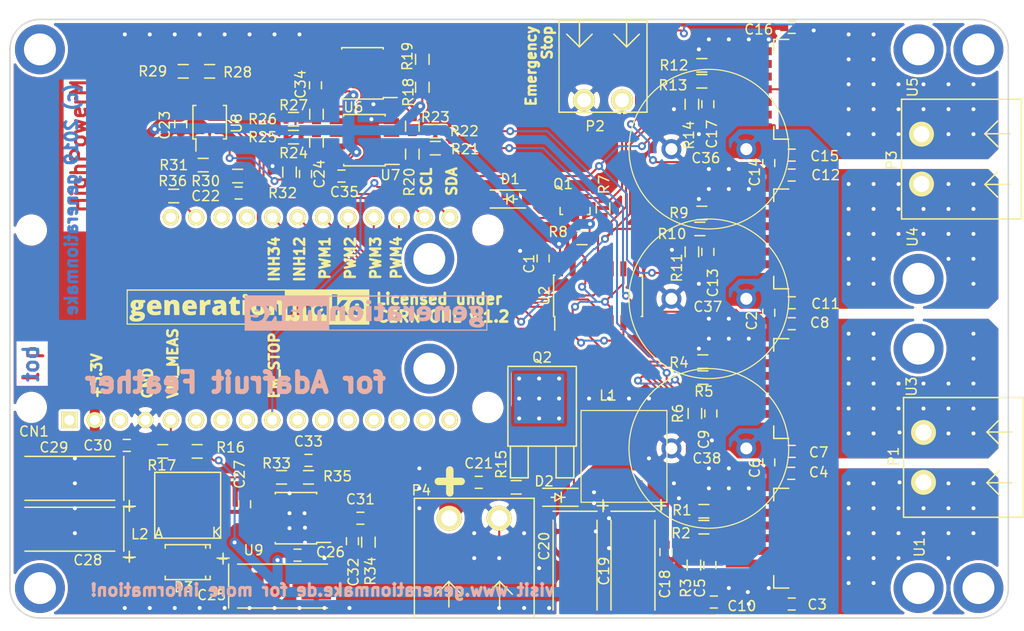
<source format=kicad_pcb>
(kicad_pcb (version 20171130) (host pcbnew 5.1.5-52549c5~84~ubuntu18.04.1)
  (title_block (title HighPowerMotorFeatherWing) (date 2019-12-07) (rev 1.0) (company generationmake))
  (layers (0 F.Cu signal) (31 B.Cu signal) (34 B.Paste user) (35 F.Paste user) (36 B.SilkS user) (37 F.SilkS user) (38 B.Mask user) (39 F.Mask user) (44 Edge.Cuts user))
  (net 0 "")
  (net 1 GND)
  (net 2 +3V3)
  (net 3 VIN)
  (net 4 OUT1)
  (net 5 /MotorDriver/SR1)
  (net 6 OUT2)
  (net 7 /MotorDriver/SR2)
  (net 8 OUT3)
  (net 9 /MotorDriver/SR3)
  (net 10 OUT4)
  (net 11 /MotorDriver/SR4)
  (net 12 "Net-(C21-Pad1)")
  (net 13 IS12)
  (net 14 IS34)
  (net 15 /VoltageRegulator/BDS)
  (net 16 /VoltageRegulator/BUO)
  (net 17 /VoltageRegulator/COMP)
  (net 18 "Net-(C31-Pad2)")
  (net 19 /VoltageRegulator/FB)
  (net 20 I2C_SDA)
  (net 21 EM_STOP_D)
  (net 22 INH34)
  (net 23 INH12)
  (net 24 PWM4)
  (net 25 PWM3)
  (net 26 PWM2)
  (net 27 PWM1)
  (net 28 I2C_SCL)
  (net 29 VIN_MEAS)
  (net 30 "Net-(D2-Pad1)")
  (net 31 /MotorDriver/EM_STOP)
  (net 32 /MotorDriver/PWM1_U)
  (net 33 /MotorDriver/PWM1_R)
  (net 34 /MotorDriver/INH1_R)
  (net 35 /MotorDriver/PWM2_U)
  (net 36 /MotorDriver/PWM2_R)
  (net 37 /MotorDriver/INH2_R)
  (net 38 /MotorDriver/EM_STOP_Q)
  (net 39 /MotorDriver/PWM3_U)
  (net 40 /MotorDriver/PWM3_R)
  (net 41 /MotorDriver/INH3_R)
  (net 42 /MotorDriver/PWM4_U)
  (net 43 /MotorDriver/PWM4_R)
  (net 44 /MotorDriver/INH4_R)
  (net 45 "Net-(D2-Pad2)")
  (net 46 /Measurement/VREF_IN)
  (net 47 /Measurement/OUT1R)
  (net 48 /Measurement/VS12)
  (net 49 /Measurement/OUT2R)
  (net 50 /Measurement/VREF)
  (net 51 /Measurement/VS34)
  (net 52 /Measurement/OUT3R)
  (net 53 /Measurement/OUT4R)
  (net 54 /Measurement/ADDR)
  (net 55 /Measurement/OPA_R)
  (net 56 /EN)
  (module labels:generationmake_logo (layer B.Cu) (at 86.7 100.7 180)
    (fp_text reference G*** hide)
    (fp_text value generationmake_logo hide)
  )
  (module labels:generationmake_logo (layer F.Cu) (at 74.8 100.1)
    (fp_text reference G*** hide)
    (fp_text value generationmake_logo hide)
  )
  (module SOIC:SOIC-8-1EP_3.9x4.9mm_Pitch1.27mm (layer F.Cu) (at 79.644999 115.994999 180)
    (fp_text reference U9 (at 4.244999 -3.205001) (layer F.SilkS))
    (fp_text value IFX91041EFJ)
    (pad 1 smd rect (at -2.7 -1.905 180) (size 1.55 0.6) (layers F.Cu F.Paste F.Mask) (net 1 GND))
    (pad 2 smd rect (at -2.7 -0.635 180) (size 1.55 0.6) (layers F.Cu F.Paste F.Mask) (net 1 GND))
    (pad 3 smd rect (at -2.7 0.635 180) (size 1.55 0.6) (layers F.Cu F.Paste F.Mask) (net 17 /VoltageRegulator/COMP))
    (pad 4 smd rect (at -2.7 1.905 180) (size 1.55 0.6) (layers F.Cu F.Paste F.Mask) (net 19 /VoltageRegulator/FB))
    (pad 5 smd rect (at 2.7 1.905 180) (size 1.55 0.6) (layers F.Cu F.Paste F.Mask) (net 15 /VoltageRegulator/BDS))
    (pad 6 smd rect (at 2.7 0.635 180) (size 1.55 0.6) (layers F.Cu F.Paste F.Mask) (net 16 /VoltageRegulator/BUO))
    (pad 7 smd rect (at 2.7 -0.635 180) (size 1.55 0.6) (layers F.Cu F.Paste F.Mask) (net 3 VIN))
    (pad 8 smd rect (at 2.7 -1.905 180) (size 1.55 0.6) (layers F.Cu F.Paste F.Mask) (net 3 VIN))
    (pad 9 smd rect (at 0.5875 0.5875 180) (size 1.175 1.175) (layers F.Cu F.Paste F.Mask) (net 1 GND))
    (pad 9 smd rect (at 0.5875 -0.5875 180) (size 1.175 1.175) (layers F.Cu F.Paste F.Mask) (net 1 GND))
    (pad 9 smd rect (at -0.5875 0.5875 180) (size 1.175 1.175) (layers F.Cu F.Paste F.Mask) (net 1 GND))
    (pad 9 smd rect (at -0.5875 -0.5875 180) (size 1.175 1.175) (layers F.Cu F.Paste F.Mask) (net 1 GND))
  )
  (module resistors:R_0603 (layer F.Cu) (at 120.5 115.3 180)
    (fp_text reference R1 (at 2.2 0.1) (layer F.SilkS))
    (fp_text value R_0603)
    (pad 2 smd rect (at 0.75 0 180) (size 0.5 0.9) (layers F.Cu F.Paste F.Mask) (net 32 /MotorDriver/PWM1_U))
    (pad 1 smd rect (at -0.75 0 180) (size 0.5 0.9) (layers F.Cu F.Paste F.Mask) (net 33 /MotorDriver/PWM1_R))
  )
  (module capacitors:C_0603 (layer F.Cu) (at 104.4 89.95 90)
    (fp_text reference C1 (at -0.55 -1.4 270) (layer F.SilkS))
    (fp_text value C_0603)
    (pad 2 smd rect (at 0.75 0 90) (size 0.8 0.75) (layers F.Cu F.Paste F.Mask) (net 1 GND))
    (pad 1 smd rect (at -0.75 0 90) (size 0.8 0.75) (layers F.Cu F.Paste F.Mask) (net 2 +3V3))
  )
  (module capacitors:C_0603 (layer F.Cu) (at 127 95.4 270)
    (fp_text reference C2 (at 0.8 1.7 270) (layer F.SilkS))
    (fp_text value C_0603)
    (pad 2 smd rect (at 0.75 0 270) (size 0.8 0.75) (layers F.Cu F.Paste F.Mask) (net 1 GND))
    (pad 1 smd rect (at -0.75 0 270) (size 0.8 0.75) (layers F.Cu F.Paste F.Mask) (net 3 VIN))
  )
  (module resistors:R_0603 (layer F.Cu) (at 120.5 116.9 180)
    (fp_text reference R2 (at 2.3 -0.6) (layer F.SilkS))
    (fp_text value R_0603)
    (pad 2 smd rect (at 0.75 0 180) (size 0.5 0.9) (layers F.Cu F.Paste F.Mask) (net 23 INH12))
    (pad 1 smd rect (at -0.75 0 180) (size 0.5 0.9) (layers F.Cu F.Paste F.Mask) (net 34 /MotorDriver/INH1_R))
  )
  (module resistors:R_0603 (layer F.Cu) (at 119.5 120.7 270)
    (fp_text reference R3 (at 2.3 0.8 270) (layer F.SilkS))
    (fp_text value R_0603)
    (pad 2 smd rect (at 0.75 0 270) (size 0.5 0.9) (layers F.Cu F.Paste F.Mask) (net 1 GND))
    (pad 1 smd rect (at -0.75 0 270) (size 0.5 0.9) (layers F.Cu F.Paste F.Mask) (net 5 /MotorDriver/SR1))
  )
  (module resistors:R_0603 (layer F.Cu) (at 110.4 84.9 90)
    (fp_text reference R7 (at 2.35 0.1 90) (layer F.SilkS))
    (fp_text value R_0603)
    (pad 2 smd rect (at 0.75 0 90) (size 0.5 0.9) (layers F.Cu F.Paste F.Mask) (net 31 /MotorDriver/EM_STOP))
    (pad 1 smd rect (at -0.75 0 90) (size 0.5 0.9) (layers F.Cu F.Paste F.Mask) (net 2 +3V3))
  )
  (module resistors:R_0603 (layer F.Cu) (at 108.3 87.9 180)
    (fp_text reference R8 (at 2.4 0.6) (layer F.SilkS))
    (fp_text value R_0603)
    (pad 2 smd rect (at 0.75 0 180) (size 0.5 0.9) (layers F.Cu F.Paste F.Mask) (net 38 /MotorDriver/EM_STOP_Q))
    (pad 1 smd rect (at -0.75 0 180) (size 0.5 0.9) (layers F.Cu F.Paste F.Mask) (net 2 +3V3))
  )
  (module resistors:R_0603 (layer F.Cu) (at 120.3 85.4 180)
    (fp_text reference R9 (at 2.3 0) (layer F.SilkS))
    (fp_text value R_0603)
    (pad 2 smd rect (at 0.75 0 180) (size 0.5 0.9) (layers F.Cu F.Paste F.Mask) (net 39 /MotorDriver/PWM3_U))
    (pad 1 smd rect (at -0.75 0 180) (size 0.5 0.9) (layers F.Cu F.Paste F.Mask) (net 40 /MotorDriver/PWM3_R))
  )
  (module resistors:R_0603 (layer F.Cu) (at 120.4 100.3 180)
    (fp_text reference R4 (at 2.4 -0.1 180) (layer F.SilkS))
    (fp_text value R_0603)
    (pad 2 smd rect (at 0.75 0 180) (size 0.5 0.9) (layers F.Cu F.Paste F.Mask) (net 35 /MotorDriver/PWM2_U))
    (pad 1 smd rect (at -0.75 0 180) (size 0.5 0.9) (layers F.Cu F.Paste F.Mask) (net 36 /MotorDriver/PWM2_R))
  )
  (module resistors:R_0603 (layer F.Cu) (at 120.4 101.9 180)
    (fp_text reference R5 (at -0.1 -1.4) (layer F.SilkS))
    (fp_text value R_0603)
    (pad 2 smd rect (at 0.75 0 180) (size 0.5 0.9) (layers F.Cu F.Paste F.Mask) (net 23 INH12))
    (pad 1 smd rect (at -0.75 0 180) (size 0.5 0.9) (layers F.Cu F.Paste F.Mask) (net 37 /MotorDriver/INH2_R))
  )
  (module capacitors:C_0603 (layer F.Cu) (at 129.3 124.6)
    (fp_text reference C3 (at 2.55 0.05 180) (layer F.SilkS))
    (fp_text value C_0603)
    (pad 2 smd rect (at 0.75 0) (size 0.8 0.75) (layers F.Cu F.Paste F.Mask) (net 4 OUT1))
    (pad 1 smd rect (at -0.75 0) (size 0.8 0.75) (layers F.Cu F.Paste F.Mask) (net 3 VIN))
  )
  (module capacitors:C_0603 (layer F.Cu) (at 129.25 111.5 180)
    (fp_text reference C4 (at -2.75 0.1 180) (layer F.SilkS))
    (fp_text value C_0603)
    (pad 2 smd rect (at 0.75 0 180) (size 0.8 0.75) (layers F.Cu F.Paste F.Mask) (net 1 GND))
    (pad 1 smd rect (at -0.75 0 180) (size 0.8 0.75) (layers F.Cu F.Paste F.Mask) (net 4 OUT1))
  )
  (module MODULE_compute:ADAFRUIT_FEATHER_HOLES (layer F.Cu) (at 76 96)
    (fp_text reference CN1 (at -22.6 11.3) (layer F.SilkS))
    (fp_text value ADAFRUIT_FEATHER)
    (pad 17 thru_hole circle (at 19.05 -10.16) (size 1.6 1.6) (drill 1) (layers *.Cu *.Mask F.SilkS) (net 20 I2C_SDA))
    (pad 28 thru_hole circle (at -8.89 -10.16) (size 1.6 1.6) (drill 1) (layers *.Cu *.Mask F.SilkS))
    (pad 27 thru_hole circle (at -6.35 -10.16) (size 1.6 1.6) (drill 1) (layers *.Cu *.Mask F.SilkS) (net 56 /EN))
    (pad 26 thru_hole circle (at -3.81 -10.16) (size 1.6 1.6) (drill 1) (layers *.Cu *.Mask F.SilkS))
    (pad 25 thru_hole circle (at -1.27 -10.16) (size 1.6 1.6) (drill 1) (layers *.Cu *.Mask F.SilkS))
    (pad 24 thru_hole circle (at 1.27 -10.16) (size 1.6 1.6) (drill 1) (layers *.Cu *.Mask F.SilkS) (net 22 INH34))
    (pad 23 thru_hole circle (at 3.81 -10.16) (size 1.6 1.6) (drill 1) (layers *.Cu *.Mask F.SilkS) (net 23 INH12))
    (pad 22 thru_hole circle (at 6.35 -10.16) (size 1.6 1.6) (drill 1) (layers *.Cu *.Mask F.SilkS) (net 27 PWM1))
    (pad 21 thru_hole circle (at 8.89 -10.16) (size 1.6 1.6) (drill 1) (layers *.Cu *.Mask F.SilkS) (net 26 PWM2))
    (pad 20 thru_hole circle (at 11.43 -10.16) (size 1.6 1.6) (drill 1) (layers *.Cu *.Mask F.SilkS) (net 25 PWM3))
    (pad 19 thru_hole circle (at 13.97 -10.16) (size 1.6 1.6) (drill 1) (layers *.Cu *.Mask F.SilkS) (net 24 PWM4))
    (pad 18 thru_hole circle (at 16.51 -10.16) (size 1.6 1.6) (drill 1) (layers *.Cu *.Mask F.SilkS) (net 28 I2C_SCL))
    (pad 15 thru_hole circle (at 16.51 10.16) (size 1.6 1.6) (drill 1) (layers *.Cu *.Mask F.SilkS))
    (pad 14 thru_hole circle (at 13.97 10.16) (size 1.6 1.6) (drill 1) (layers *.Cu *.Mask F.SilkS))
    (pad 13 thru_hole circle (at 11.43 10.16) (size 1.6 1.6) (drill 1) (layers *.Cu *.Mask F.SilkS))
    (pad 12 thru_hole circle (at 8.89 10.16) (size 1.6 1.6) (drill 1) (layers *.Cu *.Mask F.SilkS))
    (pad 11 thru_hole circle (at 6.35 10.16) (size 1.6 1.6) (drill 1) (layers *.Cu *.Mask F.SilkS))
    (pad 10 thru_hole circle (at 3.81 10.16) (size 1.6 1.6) (drill 1) (layers *.Cu *.Mask F.SilkS))
    (pad 9 thru_hole circle (at 1.27 10.16) (size 1.6 1.6) (drill 1) (layers *.Cu *.Mask F.SilkS) (net 21 EM_STOP_D))
    (pad 8 thru_hole circle (at -1.27 10.16) (size 1.6 1.6) (drill 1) (layers *.Cu *.Mask F.SilkS))
    (pad 7 thru_hole circle (at -3.81 10.16) (size 1.6 1.6) (drill 1) (layers *.Cu *.Mask F.SilkS))
    (pad 6 thru_hole circle (at -6.35 10.16) (size 1.6 1.6) (drill 1) (layers *.Cu *.Mask F.SilkS))
    (pad 5 thru_hole circle (at -8.89 10.16) (size 1.6 1.6) (drill 1) (layers *.Cu *.Mask F.SilkS) (net 29 VIN_MEAS))
    (pad 4 thru_hole circle (at -11.43 10.16) (size 1.6 1.6) (drill 1) (layers *.Cu *.Mask F.SilkS) (net 1 GND))
    (pad 3 thru_hole circle (at -13.97 10.16) (size 1.6 1.6) (drill 1) (layers *.Cu *.Mask F.SilkS))
    (pad 1 thru_hole rect (at -19.05 10.16) (size 1.6 1.6) (drill 1) (layers *.Cu *.Mask F.SilkS))
    (pad "" np_thru_hole circle (at 22.86 8.89) (size 2.54 2.54) (drill 2.54) (layers *.Cu *.Mask))
    (pad 2 thru_hole circle (at -16.51 10.16) (size 1.6 1.6) (drill 1) (layers *.Cu *.Mask F.SilkS) (net 2 +3V3))
    (pad 16 thru_hole circle (at 19.05 10.16) (size 1.6 1.6) (drill 1) (layers *.Cu *.Mask F.SilkS))
    (pad "" np_thru_hole circle (at 22.86 -8.89) (size 2.54 2.54) (drill 2.54) (layers *.Cu *.Mask))
    (pad "" np_thru_hole circle (at -22.86 8.89) (size 2.54 2.54) (drill 2.54) (layers *.Cu *.Mask))
    (pad "" np_thru_hole circle (at -22.86 -8.89) (size 2.54 2.54) (drill 2.54) (layers *.Cu *.Mask))
  )
  (module resistors:R_0603 (layer F.Cu) (at 119.6 105.5 270)
    (fp_text reference R6 (at 0 1.7 90) (layer F.SilkS))
    (fp_text value R_0603)
    (pad 1 smd rect (at -0.75 0 270) (size 0.5 0.9) (layers F.Cu F.Paste F.Mask) (net 7 /MotorDriver/SR2))
    (pad 2 smd rect (at 0.75 0 270) (size 0.5 0.9) (layers F.Cu F.Paste F.Mask) (net 1 GND))
  )
  (module resistors:R_0603 (layer F.Cu) (at 120.1 87 180)
    (fp_text reference R10 (at 2.8 -0.5) (layer F.SilkS))
    (fp_text value R_0603)
    (pad 2 smd rect (at 0.75 0 180) (size 0.5 0.9) (layers F.Cu F.Paste F.Mask) (net 22 INH34))
    (pad 1 smd rect (at -0.75 0 180) (size 0.5 0.9) (layers F.Cu F.Paste F.Mask) (net 41 /MotorDriver/INH3_R))
  )
  (module resistors:R_0603 (layer F.Cu) (at 119.3 89.3 90)
    (fp_text reference R11 (at -1.6 -1.5 90) (layer F.SilkS))
    (fp_text value R_0603)
    (pad 1 smd rect (at -0.75 0 90) (size 0.5 0.9) (layers F.Cu F.Paste F.Mask) (net 9 /MotorDriver/SR3))
    (pad 2 smd rect (at 0.75 0 90) (size 0.5 0.9) (layers F.Cu F.Paste F.Mask) (net 1 GND))
  )
  (module resistors:R_0603 (layer F.Cu) (at 120.3 70.6 180)
    (fp_text reference R12 (at 2.8 0) (layer F.SilkS))
    (fp_text value R_0603)
    (pad 2 smd rect (at 0.75 0 180) (size 0.5 0.9) (layers F.Cu F.Paste F.Mask) (net 42 /MotorDriver/PWM4_U))
    (pad 1 smd rect (at -0.75 0 180) (size 0.5 0.9) (layers F.Cu F.Paste F.Mask) (net 43 /MotorDriver/PWM4_R))
  )
  (module SOT_TO:TO-263-7Lead (layer F.Cu) (at 125 118)
    (fp_text reference U1 (at 17.1 0.9 90) (layer F.SilkS))
    (fp_text value IFX007T)
    (pad 7 smd rect (at 0 3.81) (size 4.6 0.8) (layers F.Cu F.Paste F.Mask) (net 3 VIN))
    (pad 1 smd rect (at 0 -3.81) (size 4.6 0.8) (layers F.Cu F.Paste F.Mask) (net 1 GND))
    (pad 6 smd rect (at 0 2.54) (size 4.6 0.8) (layers F.Cu F.Paste F.Mask) (net 13 IS12))
    (pad 5 smd rect (at 0 1.27) (size 4.6 0.8) (layers F.Cu F.Paste F.Mask) (net 5 /MotorDriver/SR1))
    (pad 3 smd rect (at 0 -1.27 180) (size 4.6 0.8) (layers F.Cu F.Paste F.Mask) (net 34 /MotorDriver/INH1_R))
    (pad 8 smd rect (at 9.15 0) (size 9.4 10.8) (layers F.Cu F.Paste F.Mask) (net 4 OUT1))
    (pad 4 smd rect (at 0 0) (size 4.6 0.8) (layers F.Cu F.Paste F.Mask) (net 4 OUT1))
    (pad 2 smd rect (at 0 -2.54) (size 4.6 0.8) (layers F.Cu F.Paste F.Mask) (net 33 /MotorDriver/PWM1_R))
  )
  (module SOT_TO:TO-263-7Lead (layer F.Cu) (at 125 103)
    (fp_text reference U3 (at 16.3 -0.2 90) (layer F.SilkS))
    (fp_text value IFX007T)
    (pad 7 smd rect (at 0 3.81) (size 4.6 0.8) (layers F.Cu F.Paste F.Mask) (net 3 VIN))
    (pad 1 smd rect (at 0 -3.81) (size 4.6 0.8) (layers F.Cu F.Paste F.Mask) (net 1 GND))
    (pad 6 smd rect (at 0 2.54) (size 4.6 0.8) (layers F.Cu F.Paste F.Mask) (net 13 IS12))
    (pad 5 smd rect (at 0 1.27) (size 4.6 0.8) (layers F.Cu F.Paste F.Mask) (net 7 /MotorDriver/SR2))
    (pad 3 smd rect (at 0 -1.27 180) (size 4.6 0.8) (layers F.Cu F.Paste F.Mask) (net 37 /MotorDriver/INH2_R))
    (pad 8 smd rect (at 9.15 0) (size 9.4 10.8) (layers F.Cu F.Paste F.Mask) (net 6 OUT2))
    (pad 4 smd rect (at 0 0) (size 4.6 0.8) (layers F.Cu F.Paste F.Mask) (net 6 OUT2))
    (pad 2 smd rect (at 0 -2.54) (size 4.6 0.8) (layers F.Cu F.Paste F.Mask) (net 36 /MotorDriver/PWM2_R))
  )
  (module SOT_TO:TO-263-7Lead (layer F.Cu) (at 125 88)
    (fp_text reference U4 (at 16.4 -0.2 90) (layer F.SilkS))
    (fp_text value IFX007T)
    (pad 2 smd rect (at 0 -2.54) (size 4.6 0.8) (layers F.Cu F.Paste F.Mask) (net 40 /MotorDriver/PWM3_R))
    (pad 4 smd rect (at 0 0) (size 4.6 0.8) (layers F.Cu F.Paste F.Mask) (net 8 OUT3))
    (pad 8 smd rect (at 9.15 0) (size 9.4 10.8) (layers F.Cu F.Paste F.Mask) (net 8 OUT3))
    (pad 3 smd rect (at 0 -1.27 180) (size 4.6 0.8) (layers F.Cu F.Paste F.Mask) (net 41 /MotorDriver/INH3_R))
    (pad 5 smd rect (at 0 1.27) (size 4.6 0.8) (layers F.Cu F.Paste F.Mask) (net 9 /MotorDriver/SR3))
    (pad 6 smd rect (at 0 2.54) (size 4.6 0.8) (layers F.Cu F.Paste F.Mask) (net 14 IS34))
    (pad 1 smd rect (at 0 -3.81) (size 4.6 0.8) (layers F.Cu F.Paste F.Mask) (net 1 GND))
    (pad 7 smd rect (at 0 3.81) (size 4.6 0.8) (layers F.Cu F.Paste F.Mask) (net 3 VIN))
  )
  (module capacitors:C_0603 (layer F.Cu) (at 121.1 120.7 270)
    (fp_text reference C5 (at 2.3 1 90) (layer F.SilkS))
    (fp_text value C_0603)
    (pad 1 smd rect (at -0.75 0 270) (size 0.8 0.75) (layers F.Cu F.Paste F.Mask) (net 5 /MotorDriver/SR1))
    (pad 2 smd rect (at 0.75 0 270) (size 0.8 0.75) (layers F.Cu F.Paste F.Mask) (net 1 GND))
  )
  (module capacitors:C_0603 (layer F.Cu) (at 127 110.4 270)
    (fp_text reference C6 (at 0.6 1.4 90) (layer F.SilkS))
    (fp_text value C_0603)
    (pad 2 smd rect (at 0.75 0 270) (size 0.8 0.75) (layers F.Cu F.Paste F.Mask) (net 1 GND))
    (pad 1 smd rect (at -0.75 0 270) (size 0.8 0.75) (layers F.Cu F.Paste F.Mask) (net 3 VIN))
  )
  (module capacitors:C_0603 (layer F.Cu) (at 129.3 109.3)
    (fp_text reference C7 (at 2.7 0.1) (layer F.SilkS))
    (fp_text value C_0603)
    (pad 1 smd rect (at -0.75 0) (size 0.8 0.75) (layers F.Cu F.Paste F.Mask) (net 3 VIN))
    (pad 2 smd rect (at 0.75 0) (size 0.8 0.75) (layers F.Cu F.Paste F.Mask) (net 6 OUT2))
  )
  (module capacitors:C_0603 (layer F.Cu) (at 129.3 96.5 180)
    (fp_text reference C8 (at -2.8 0.1) (layer F.SilkS))
    (fp_text value C_0603)
    (pad 2 smd rect (at 0.75 0 180) (size 0.8 0.75) (layers F.Cu F.Paste F.Mask) (net 1 GND))
    (pad 1 smd rect (at -0.75 0 180) (size 0.8 0.75) (layers F.Cu F.Paste F.Mask) (net 6 OUT2))
  )
  (module capacitors:C_0603 (layer F.Cu) (at 121.2 105.5 270)
    (fp_text reference C9 (at 2.6 0.7 90) (layer F.SilkS))
    (fp_text value C_0603)
    (pad 2 smd rect (at 0.75 0 270) (size 0.8 0.75) (layers F.Cu F.Paste F.Mask) (net 1 GND))
    (pad 1 smd rect (at -0.75 0 270) (size 0.8 0.75) (layers F.Cu F.Paste F.Mask) (net 7 /MotorDriver/SR2))
  )
  (module capacitors:C_0603 (layer F.Cu) (at 121.5 124.4 180)
    (fp_text reference C10 (at -2.8 -0.4) (layer F.SilkS))
    (fp_text value C_0603)
    (pad 1 smd rect (at -0.75 0 180) (size 0.8 0.75) (layers F.Cu F.Paste F.Mask) (net 3 VIN))
    (pad 2 smd rect (at 0.75 0 180) (size 0.8 0.75) (layers F.Cu F.Paste F.Mask) (net 1 GND))
  )
  (module capacitors:C_0603 (layer F.Cu) (at 129.3 94.4)
    (fp_text reference C11 (at 3.4 0.1) (layer F.SilkS))
    (fp_text value C_0603)
    (pad 1 smd rect (at -0.75 0) (size 0.8 0.75) (layers F.Cu F.Paste F.Mask) (net 3 VIN))
    (pad 2 smd rect (at 0.75 0) (size 0.8 0.75) (layers F.Cu F.Paste F.Mask) (net 8 OUT3))
  )
  (module capacitors:C_0603 (layer F.Cu) (at 129.3 81.6 180)
    (fp_text reference C12 (at -3.4 0) (layer F.SilkS))
    (fp_text value C_0603)
    (pad 2 smd rect (at 0.75 0 180) (size 0.8 0.75) (layers F.Cu F.Paste F.Mask) (net 1 GND))
    (pad 1 smd rect (at -0.75 0 180) (size 0.8 0.75) (layers F.Cu F.Paste F.Mask) (net 8 OUT3))
  )
  (module capacitors:C_0603 (layer F.Cu) (at 120.9 89.3 90)
    (fp_text reference C13 (at -3.1 0.5 90) (layer F.SilkS))
    (fp_text value C_0603)
    (pad 1 smd rect (at -0.75 0 90) (size 0.8 0.75) (layers F.Cu F.Paste F.Mask) (net 9 /MotorDriver/SR3))
    (pad 2 smd rect (at 0.75 0 90) (size 0.8 0.75) (layers F.Cu F.Paste F.Mask) (net 1 GND))
  )
  (module capacitors:C_0603 (layer F.Cu) (at 127 80.4 270)
    (fp_text reference C14 (at 0.9 1.4 90) (layer F.SilkS))
    (fp_text value C_0603)
    (pad 2 smd rect (at 0.75 0 270) (size 0.8 0.75) (layers F.Cu F.Paste F.Mask) (net 1 GND))
    (pad 1 smd rect (at -0.75 0 270) (size 0.8 0.75) (layers F.Cu F.Paste F.Mask) (net 3 VIN))
  )
  (module capacitors:C_0603 (layer F.Cu) (at 129.3 79.6)
    (fp_text reference C15 (at 3.3 0.1) (layer F.SilkS))
    (fp_text value C_0603)
    (pad 1 smd rect (at -0.75 0) (size 0.8 0.75) (layers F.Cu F.Paste F.Mask) (net 3 VIN))
    (pad 2 smd rect (at 0.75 0) (size 0.8 0.75) (layers F.Cu F.Paste F.Mask) (net 10 OUT4))
  )
  (module capacitors:C_0603 (layer F.Cu) (at 129.3 66.8 180)
    (fp_text reference C16 (at 3.3 -0.2) (layer F.SilkS))
    (fp_text value C_0603)
    (pad 2 smd rect (at 0.75 0 180) (size 0.8 0.75) (layers F.Cu F.Paste F.Mask) (net 1 GND))
    (pad 1 smd rect (at -0.75 0 180) (size 0.8 0.75) (layers F.Cu F.Paste F.Mask) (net 10 OUT4))
  )
  (module capacitors:C_0603 (layer F.Cu) (at 120.9 74.5 90)
    (fp_text reference C17 (at -3 0.4 90) (layer F.SilkS))
    (fp_text value C_0603)
    (pad 2 smd rect (at 0.75 0 90) (size 0.8 0.75) (layers F.Cu F.Paste F.Mask) (net 1 GND))
    (pad 1 smd rect (at -0.75 0 90) (size 0.8 0.75) (layers F.Cu F.Paste F.Mask) (net 11 /MotorDriver/SR4))
  )
  (module capacitors:C_0603 (layer F.Cu) (at 116.7 119.4 270)
    (fp_text reference C18 (at 3.2 0.1 90) (layer F.SilkS))
    (fp_text value 100n)
    (pad 1 smd rect (at -0.75 0 270) (size 0.8 0.75) (layers F.Cu F.Paste F.Mask) (net 3 VIN))
    (pad 2 smd rect (at 0.75 0 270) (size 0.8 0.75) (layers F.Cu F.Paste F.Mask) (net 1 GND))
  )
  (module capacitors:TantalC_SizeD_EIA-7343_Wave (layer F.Cu) (at 113.4 120.7 270)
    (fp_text reference C19 (at 0.6 2.9 90) (layer F.SilkS))
    (fp_text value CP1_Small)
    (fp_text user + (at -5.95376 -2.79908 90) (layer F.SilkS))
    (pad 2 smd rect (at 3.37566 0 270) (size 2.94894 2.70002) (layers F.Cu F.Paste F.Mask) (net 1 GND))
    (pad 1 smd rect (at -3.37566 0 270) (size 2.94894 2.70002) (layers F.Cu F.Paste F.Mask) (net 3 VIN))
  )
  (module capacitors:TantalC_SizeD_EIA-7343_Wave (layer F.Cu) (at 107.6 120.7 270)
    (fp_text reference C20 (at -1.9 3.1 90) (layer F.SilkS))
    (fp_text value CP1_Small)
    (fp_text user + (at -5.95376 -2.79908 90) (layer F.SilkS))
    (pad 1 smd rect (at -3.37566 0 270) (size 2.94894 2.70002) (layers F.Cu F.Paste F.Mask) (net 3 VIN))
    (pad 2 smd rect (at 3.37566 0 270) (size 2.94894 2.70002) (layers F.Cu F.Paste F.Mask) (net 1 GND))
  )
  (module capacitors:C_0603 (layer F.Cu) (at 97.95 112.4)
    (fp_text reference C21 (at 0 -1.9) (layer F.SilkS))
    (fp_text value 100n)
    (pad 2 smd rect (at 0.75 0) (size 0.8 0.75) (layers F.Cu F.Paste F.Mask) (net 1 GND))
    (pad 1 smd rect (at -0.75 0) (size 0.8 0.75) (layers F.Cu F.Paste F.Mask) (net 12 "Net-(C21-Pad1)"))
  )
  (module capacitors:C_0603 (layer F.Cu) (at 73.9 83.4 180)
    (fp_text reference C22 (at 3.3 -0.3) (layer F.SilkS))
    (fp_text value C_0603)
    (pad 2 smd rect (at 0.75 0 180) (size 0.8 0.75) (layers F.Cu F.Paste F.Mask) (net 1 GND))
    (pad 1 smd rect (at -0.75 0 180) (size 0.8 0.75) (layers F.Cu F.Paste F.Mask) (net 13 IS12))
  )
  (module capacitors:C_0603 (layer F.Cu) (at 68.1 76.5 270)
    (fp_text reference C23 (at 0.1 1.6 90) (layer F.SilkS))
    (fp_text value C_0603)
    (pad 2 smd rect (at 0.75 0 270) (size 0.8 0.75) (layers F.Cu F.Paste F.Mask) (net 1 GND))
    (pad 1 smd rect (at -0.75 0 270) (size 0.8 0.75) (layers F.Cu F.Paste F.Mask) (net 2 +3V3))
  )
  (module capacitors:C_0603 (layer F.Cu) (at 80.6 81.5 90)
    (fp_text reference C24 (at 0 1.4 90) (layer F.SilkS))
    (fp_text value C_0603)
    (pad 1 smd rect (at -0.75 0 90) (size 0.8 0.75) (layers F.Cu F.Paste F.Mask) (net 14 IS34))
    (pad 2 smd rect (at 0.75 0 90) (size 0.8 0.75) (layers F.Cu F.Paste F.Mask) (net 1 GND))
  )
  (module capacitors:TantalC_SizeD_EIA-7343_Wave (layer F.Cu) (at 78.3 122.8)
    (fp_text reference C25 (at -7.1 0.9) (layer F.SilkS))
    (fp_text value CP1_Small)
    (fp_text user + (at -5.95376 -2.79908) (layer F.SilkS))
    (pad 2 smd rect (at 3.37566 0) (size 2.94894 2.70002) (layers F.Cu F.Paste F.Mask) (net 1 GND))
    (pad 1 smd rect (at -3.37566 0) (size 2.94894 2.70002) (layers F.Cu F.Paste F.Mask) (net 3 VIN))
  )
  (module capacitors:C_0603 (layer F.Cu) (at 79.8 119.7)
    (fp_text reference C26 (at 3.3 -0.3) (layer F.SilkS))
    (fp_text value C_0603)
    (pad 1 smd rect (at -0.75 0) (size 0.8 0.75) (layers F.Cu F.Paste F.Mask) (net 3 VIN))
    (pad 2 smd rect (at 0.75 0) (size 0.8 0.75) (layers F.Cu F.Paste F.Mask) (net 1 GND))
  )
  (module capacitors:C_0603 (layer F.Cu) (at 74.5 114.6 270)
    (fp_text reference C27 (at -3 0.5 90) (layer F.SilkS))
    (fp_text value 220n)
    (pad 1 smd rect (at -0.75 0 270) (size 0.8 0.75) (layers F.Cu F.Paste F.Mask) (net 15 /VoltageRegulator/BDS))
    (pad 2 smd rect (at 0.75 0 270) (size 0.8 0.75) (layers F.Cu F.Paste F.Mask) (net 16 /VoltageRegulator/BUO))
  )
  (module capacitors:TantalC_SizeD_EIA-7343_Wave (layer F.Cu) (at 57 117.1 180)
    (fp_text reference C28 (at -1.8 -3.1) (layer F.SilkS))
    (fp_text value CP1_Small)
    (fp_text user + (at -5.95376 -2.79908) (layer F.SilkS))
    (pad 2 smd rect (at 3.37566 0 180) (size 2.94894 2.70002) (layers F.Cu F.Paste F.Mask) (net 1 GND))
    (pad 1 smd rect (at -3.37566 0 180) (size 2.94894 2.70002) (layers F.Cu F.Paste F.Mask) (net 2 +3V3))
  )
  (module capacitors:TantalC_SizeD_EIA-7343_Wave (layer F.Cu) (at 57 112 180)
    (fp_text reference C29 (at 1.6 3.1) (layer F.SilkS))
    (fp_text value CP1_Small)
    (fp_text user + (at -5.95376 -2.79908) (layer F.SilkS))
    (pad 1 smd rect (at -3.37566 0 180) (size 2.94894 2.70002) (layers F.Cu F.Paste F.Mask) (net 2 +3V3))
    (pad 2 smd rect (at 3.37566 0 180) (size 2.94894 2.70002) (layers F.Cu F.Paste F.Mask) (net 1 GND))
  )
  (module capacitors:C_0603 (layer F.Cu) (at 62.7 108.7)
    (fp_text reference C30 (at -2.9 0) (layer F.SilkS))
    (fp_text value C_0603)
    (pad 2 smd rect (at 0.75 0) (size 0.8 0.75) (layers F.Cu F.Paste F.Mask) (net 1 GND))
    (pad 1 smd rect (at -0.75 0) (size 0.8 0.75) (layers F.Cu F.Paste F.Mask) (net 2 +3V3))
  )
  (module capacitors:C_0603 (layer F.Cu) (at 86.1 116)
    (fp_text reference C31 (at 0 -1.9) (layer F.SilkS))
    (fp_text value C_0603)
    (pad 1 smd rect (at -0.75 0) (size 0.8 0.75) (layers F.Cu F.Paste F.Mask) (net 17 /VoltageRegulator/COMP))
    (pad 2 smd rect (at 0.75 0) (size 0.8 0.75) (layers F.Cu F.Paste F.Mask) (net 18 "Net-(C31-Pad2)"))
  )
  (module capacitors:C_0603 (layer F.Cu) (at 85.3 118.3 270)
    (fp_text reference C32 (at 3.1 -0.1 90) (layer F.SilkS))
    (fp_text value DNI)
    (pad 1 smd rect (at -0.75 0 270) (size 0.8 0.75) (layers F.Cu F.Paste F.Mask) (net 17 /VoltageRegulator/COMP))
    (pad 2 smd rect (at 0.75 0 270) (size 0.8 0.75) (layers F.Cu F.Paste F.Mask) (net 1 GND))
  )
  (module capacitors:C_0603 (layer F.Cu) (at 80.9 110.2)
    (fp_text reference C33 (at 0 -1.9) (layer F.SilkS))
    (fp_text value 470p)
    (pad 2 smd rect (at 0.75 0) (size 0.8 0.75) (layers F.Cu F.Paste F.Mask) (net 1 GND))
    (pad 1 smd rect (at -0.75 0) (size 0.8 0.75) (layers F.Cu F.Paste F.Mask) (net 19 /VoltageRegulator/FB))
  )
  (module L_power:WE-LHMI70xx (layer F.Cu) (at 68.8 114.7 180)
    (fp_text reference L2 (at 4.8 -2.9) (layer F.SilkS))
    (fp_text value 74437346220)
    (pad 2 smd rect (at 2.725 0 180) (size 2.95 3.5) (layers F.Cu F.Paste F.Mask) (net 2 +3V3))
    (pad 1 smd rect (at -2.725 0 180) (size 2.95 3.5) (layers F.Cu F.Paste F.Mask) (net 16 /VoltageRegulator/BUO))
  )
  (module resistors:R_0603 (layer F.Cu) (at 120.3 72.2 180)
    (fp_text reference R13 (at 2.9 -0.4) (layer F.SilkS))
    (fp_text value R_0603)
    (pad 1 smd rect (at -0.75 0 180) (size 0.5 0.9) (layers F.Cu F.Paste F.Mask) (net 44 /MotorDriver/INH4_R))
    (pad 2 smd rect (at 0.75 0 180) (size 0.5 0.9) (layers F.Cu F.Paste F.Mask) (net 22 INH34))
  )
  (module resistors:R_0603 (layer F.Cu) (at 119.3 74.5 90)
    (fp_text reference R14 (at -3.1 -0.3 90) (layer F.SilkS))
    (fp_text value R_0603)
    (pad 2 smd rect (at 0.75 0 90) (size 0.5 0.9) (layers F.Cu F.Paste F.Mask) (net 1 GND))
    (pad 1 smd rect (at -0.75 0 90) (size 0.5 0.9) (layers F.Cu F.Paste F.Mask) (net 11 /MotorDriver/SR4))
  )
  (module resistors:R_0603 (layer F.Cu) (at 101.7 112.9 180)
    (fp_text reference R15 (at 1.5 2.3 90) (layer F.SilkS))
    (fp_text value 10k)
    (pad 1 smd rect (at -0.75 0 180) (size 0.5 0.9) (layers F.Cu F.Paste F.Mask) (net 45 "Net-(D2-Pad2)"))
    (pad 2 smd rect (at 0.75 0 180) (size 0.5 0.9) (layers F.Cu F.Paste F.Mask) (net 1 GND))
  )
  (module resistors:R_0603 (layer F.Cu) (at 69.75 109.3)
    (fp_text reference R16 (at 3.35 -0.4) (layer F.SilkS))
    (fp_text value R_0603)
    (pad 2 smd rect (at 0.75 0) (size 0.5 0.9) (layers F.Cu F.Paste F.Mask) (net 3 VIN))
    (pad 1 smd rect (at -0.75 0) (size 0.5 0.9) (layers F.Cu F.Paste F.Mask) (net 29 VIN_MEAS))
  )
  (module resistors:R_0603 (layer F.Cu) (at 66.3 109.3)
    (fp_text reference R17 (at -0.1 1.4) (layer F.SilkS))
    (fp_text value R_0603)
    (pad 1 smd rect (at -0.75 0) (size 0.5 0.9) (layers F.Cu F.Paste F.Mask) (net 1 GND))
    (pad 2 smd rect (at 0.75 0) (size 0.5 0.9) (layers F.Cu F.Paste F.Mask) (net 29 VIN_MEAS))
  )
  (module resistors:R_0603 (layer F.Cu) (at 92.3 72.8 270)
    (fp_text reference R18 (at 0.5 1.4 90) (layer F.SilkS))
    (fp_text value R_0603)
    (pad 2 smd rect (at 0.75 0 270) (size 0.5 0.9) (layers F.Cu F.Paste F.Mask) (net 2 +3V3))
    (pad 1 smd rect (at -0.75 0 270) (size 0.5 0.9) (layers F.Cu F.Paste F.Mask) (net 46 /Measurement/VREF_IN))
  )
  (module resistors:R_0603 (layer F.Cu) (at 92.3 70 270)
    (fp_text reference R19 (at -0.3 1.5 90) (layer F.SilkS))
    (fp_text value R_0603)
    (pad 1 smd rect (at -0.75 0 270) (size 0.5 0.9) (layers F.Cu F.Paste F.Mask) (net 1 GND))
    (pad 2 smd rect (at 0.75 0 270) (size 0.5 0.9) (layers F.Cu F.Paste F.Mask) (net 46 /Measurement/VREF_IN))
  )
  (module resistors:R_0603 (layer F.Cu) (at 91.3 79.5 270)
    (fp_text reference R20 (at 2.8 0.3 90) (layer F.SilkS))
    (fp_text value R_0603)
    (pad 1 smd rect (at -0.75 0 270) (size 0.5 0.9) (layers F.Cu F.Paste F.Mask) (net 47 /Measurement/OUT1R))
    (pad 2 smd rect (at 0.75 0 270) (size 0.5 0.9) (layers F.Cu F.Paste F.Mask) (net 48 /Measurement/VS12))
  )
  (module resistors:R_0603 (layer F.Cu) (at 93.6 78.9 180)
    (fp_text reference R21 (at -3 -0.1) (layer F.SilkS))
    (fp_text value R_0603)
    (pad 2 smd rect (at 0.75 0 180) (size 0.5 0.9) (layers F.Cu F.Paste F.Mask) (net 47 /Measurement/OUT1R))
    (pad 1 smd rect (at -0.75 0 180) (size 0.5 0.9) (layers F.Cu F.Paste F.Mask) (net 4 OUT1))
  )
  (module resistors:R_0603 (layer F.Cu) (at 93.6 77.2 180)
    (fp_text reference R22 (at -2.9 0) (layer F.SilkS))
    (fp_text value R_0603)
    (pad 1 smd rect (at -0.75 0 180) (size 0.5 0.9) (layers F.Cu F.Paste F.Mask) (net 6 OUT2))
    (pad 2 smd rect (at 0.75 0 180) (size 0.5 0.9) (layers F.Cu F.Paste F.Mask) (net 49 /Measurement/OUT2R))
  )
  (module resistors:R_0603 (layer F.Cu) (at 91.3 76.7 270)
    (fp_text reference R23 (at -0.9 -2.3 180) (layer F.SilkS))
    (fp_text value R_0603)
    (pad 2 smd rect (at 0.75 0 270) (size 0.5 0.9) (layers F.Cu F.Paste F.Mask) (net 49 /Measurement/OUT2R))
    (pad 1 smd rect (at -0.75 0 270) (size 0.5 0.9) (layers F.Cu F.Paste F.Mask) (net 50 /Measurement/VREF))
  )
  (module resistors:R_0603 (layer F.Cu) (at 81.7 78.3 270)
    (fp_text reference R24 (at 1.1 2.3 180) (layer F.SilkS))
    (fp_text value R_0603)
    (pad 2 smd rect (at 0.75 0 270) (size 0.5 0.9) (layers F.Cu F.Paste F.Mask) (net 51 /Measurement/VS34))
    (pad 1 smd rect (at -0.75 0 270) (size 0.5 0.9) (layers F.Cu F.Paste F.Mask) (net 52 /Measurement/OUT3R))
  )
  (module resistors:R_0603 (layer F.Cu) (at 79.4 77.8)
    (fp_text reference R25 (at -3.1 0) (layer F.SilkS))
    (fp_text value R_0603)
    (pad 1 smd rect (at -0.75 0) (size 0.5 0.9) (layers F.Cu F.Paste F.Mask) (net 8 OUT3))
    (pad 2 smd rect (at 0.75 0) (size 0.5 0.9) (layers F.Cu F.Paste F.Mask) (net 52 /Measurement/OUT3R))
  )
  (module resistors:R_0603 (layer F.Cu) (at 79.4 76)
    (fp_text reference R26 (at -3.1 0) (layer F.SilkS))
    (fp_text value R_0603)
    (pad 2 smd rect (at 0.75 0) (size 0.5 0.9) (layers F.Cu F.Paste F.Mask) (net 53 /Measurement/OUT4R))
    (pad 1 smd rect (at -0.75 0) (size 0.5 0.9) (layers F.Cu F.Paste F.Mask) (net 10 OUT4))
  )
  (module resistors:R_0603 (layer F.Cu) (at 81.7 75.5 270)
    (fp_text reference R27 (at -0.9 2.3 180) (layer F.SilkS))
    (fp_text value R_0603)
    (pad 2 smd rect (at 0.75 0 270) (size 0.5 0.9) (layers F.Cu F.Paste F.Mask) (net 53 /Measurement/OUT4R))
    (pad 1 smd rect (at -0.75 0 270) (size 0.5 0.9) (layers F.Cu F.Paste F.Mask) (net 50 /Measurement/VREF))
  )
  (module resistors:R_0603 (layer F.Cu) (at 71 71.2)
    (fp_text reference R28 (at 2.8 0.1) (layer F.SilkS))
    (fp_text value R_0603)
    (pad 1 smd rect (at -0.75 0) (size 0.5 0.9) (layers F.Cu F.Paste F.Mask) (net 20 I2C_SDA))
    (pad 2 smd rect (at 0.75 0) (size 0.5 0.9) (layers F.Cu F.Paste F.Mask) (net 2 +3V3))
  )
  (module resistors:R_0603 (layer F.Cu) (at 68.35 71.2)
    (fp_text reference R29 (at -3.05 0) (layer F.SilkS))
    (fp_text value R_0603)
    (pad 2 smd rect (at 0.75 0) (size 0.5 0.9) (layers F.Cu F.Paste F.Mask) (net 28 I2C_SCL))
    (pad 1 smd rect (at -0.75 0) (size 0.5 0.9) (layers F.Cu F.Paste F.Mask) (net 2 +3V3))
  )
  (module resistors:R_0603 (layer F.Cu) (at 73.8 81.7 180)
    (fp_text reference R30 (at 3.2 -0.5) (layer F.SilkS))
    (fp_text value R_0603)
    (pad 1 smd rect (at -0.75 0 180) (size 0.5 0.9) (layers F.Cu F.Paste F.Mask) (net 13 IS12))
    (pad 2 smd rect (at 0.75 0 180) (size 0.5 0.9) (layers F.Cu F.Paste F.Mask) (net 1 GND))
  )
  (module resistors:R_0603 (layer F.Cu) (at 70.35 80.6 180)
    (fp_text reference R31 (at 2.95 0) (layer F.SilkS))
    (fp_text value R_0603)
    (pad 2 smd rect (at 0.75 0 180) (size 0.5 0.9) (layers F.Cu F.Paste F.Mask) (net 54 /Measurement/ADDR))
    (pad 1 smd rect (at -0.75 0 180) (size 0.5 0.9) (layers F.Cu F.Paste F.Mask) (net 1 GND))
  )
  (module resistors:R_0603 (layer F.Cu) (at 79 81.3 90)
    (fp_text reference R32 (at -2.1 -0.7 180) (layer F.SilkS))
    (fp_text value R_0603)
    (pad 1 smd rect (at -0.75 0 90) (size 0.5 0.9) (layers F.Cu F.Paste F.Mask) (net 14 IS34))
    (pad 2 smd rect (at 0.75 0 90) (size 0.5 0.9) (layers F.Cu F.Paste F.Mask) (net 1 GND))
  )
  (module resistors:R_0603 (layer F.Cu) (at 78.2 111.9)
    (fp_text reference R33 (at -0.5 -1.4) (layer F.SilkS))
    (fp_text value R_0603)
    (pad 1 smd rect (at -0.75 0) (size 0.5 0.9) (layers F.Cu F.Paste F.Mask) (net 2 +3V3))
    (pad 2 smd rect (at 0.75 0) (size 0.5 0.9) (layers F.Cu F.Paste F.Mask) (net 19 /VoltageRegulator/FB))
  )
  (module resistors:R_0603 (layer F.Cu) (at 86.9 118.4 270)
    (fp_text reference R34 (at 2.9 -0.2 90) (layer F.SilkS))
    (fp_text value R_0603)
    (pad 1 smd rect (at -0.75 0 270) (size 0.5 0.9) (layers F.Cu F.Paste F.Mask) (net 18 "Net-(C31-Pad2)"))
    (pad 2 smd rect (at 0.75 0 270) (size 0.5 0.9) (layers F.Cu F.Paste F.Mask) (net 1 GND))
  )
  (module resistors:R_0603 (layer F.Cu) (at 80.9 111.9)
    (fp_text reference R35 (at 2.9 -0.1) (layer F.SilkS))
    (fp_text value R_0603)
    (pad 2 smd rect (at 0.75 0) (size 0.5 0.9) (layers F.Cu F.Paste F.Mask) (net 1 GND))
    (pad 1 smd rect (at -0.75 0) (size 0.5 0.9) (layers F.Cu F.Paste F.Mask) (net 19 /VoltageRegulator/FB))
  )
  (module SOIC:SOIC-14_3.9x8.7mm_Pitch1.27mm (layer F.Cu) (at 109.9 93.7 90)
    (fp_text reference U2 (at 0 -5.375 90) (layer F.SilkS))
    (fp_text value 74xx08)
    (pad 1 smd rect (at -2.7 -3.81 90) (size 1.5 0.6) (layers F.Cu F.Paste F.Mask) (net 27 PWM1))
    (pad 2 smd rect (at -2.7 -2.54 90) (size 1.5 0.6) (layers F.Cu F.Paste F.Mask) (net 38 /MotorDriver/EM_STOP_Q))
    (pad 3 smd rect (at -2.7 -1.27 90) (size 1.5 0.6) (layers F.Cu F.Paste F.Mask) (net 32 /MotorDriver/PWM1_U))
    (pad 4 smd rect (at -2.7 0 90) (size 1.5 0.6) (layers F.Cu F.Paste F.Mask) (net 26 PWM2))
    (pad 5 smd rect (at -2.7 1.27 90) (size 1.5 0.6) (layers F.Cu F.Paste F.Mask) (net 38 /MotorDriver/EM_STOP_Q))
    (pad 6 smd rect (at -2.7 2.54 90) (size 1.5 0.6) (layers F.Cu F.Paste F.Mask) (net 35 /MotorDriver/PWM2_U))
    (pad 7 smd rect (at -2.7 3.81 90) (size 1.5 0.6) (layers F.Cu F.Paste F.Mask) (net 1 GND))
    (pad 8 smd rect (at 2.7 3.81 90) (size 1.5 0.6) (layers F.Cu F.Paste F.Mask) (net 39 /MotorDriver/PWM3_U))
    (pad 9 smd rect (at 2.7 2.54 90) (size 1.5 0.6) (layers F.Cu F.Paste F.Mask) (net 38 /MotorDriver/EM_STOP_Q))
    (pad 10 smd rect (at 2.7 1.27 90) (size 1.5 0.6) (layers F.Cu F.Paste F.Mask) (net 25 PWM3))
    (pad 11 smd rect (at 2.7 0 90) (size 1.5 0.6) (layers F.Cu F.Paste F.Mask) (net 42 /MotorDriver/PWM4_U))
    (pad 12 smd rect (at 2.7 -1.27 90) (size 1.5 0.6) (layers F.Cu F.Paste F.Mask) (net 38 /MotorDriver/EM_STOP_Q))
    (pad 13 smd rect (at 2.7 -2.54 90) (size 1.5 0.6) (layers F.Cu F.Paste F.Mask) (net 24 PWM4))
    (pad 14 smd rect (at 2.7 -3.81 90) (size 1.5 0.6) (layers F.Cu F.Paste F.Mask) (net 2 +3V3))
  )
  (module SOT_TO:TO-263-7Lead (layer F.Cu) (at 125 73)
    (fp_text reference U5 (at 16.4 -0.2 90) (layer F.SilkS))
    (fp_text value IFX007T)
    (pad 2 smd rect (at 0 -2.54) (size 4.6 0.8) (layers F.Cu F.Paste F.Mask) (net 43 /MotorDriver/PWM4_R))
    (pad 4 smd rect (at 0 0) (size 4.6 0.8) (layers F.Cu F.Paste F.Mask) (net 10 OUT4))
    (pad 8 smd rect (at 9.15 0) (size 9.4 10.8) (layers F.Cu F.Paste F.Mask) (net 10 OUT4))
    (pad 3 smd rect (at 0 -1.27 180) (size 4.6 0.8) (layers F.Cu F.Paste F.Mask) (net 44 /MotorDriver/INH4_R))
    (pad 5 smd rect (at 0 1.27) (size 4.6 0.8) (layers F.Cu F.Paste F.Mask) (net 11 /MotorDriver/SR4))
    (pad 6 smd rect (at 0 2.54) (size 4.6 0.8) (layers F.Cu F.Paste F.Mask) (net 14 IS34))
    (pad 1 smd rect (at 0 -3.81) (size 4.6 0.8) (layers F.Cu F.Paste F.Mask) (net 1 GND))
    (pad 7 smd rect (at 0 3.81) (size 4.6 0.8) (layers F.Cu F.Paste F.Mask) (net 3 VIN))
  )
  (module SSOP:MSOP-10_3x3mm_Pitch0.5mm (layer F.Cu) (at 71 76.3 90)
    (fp_text reference U8 (at -0.1 2.7 90) (layer F.SilkS))
    (fp_text value ADS1015)
    (pad 1 smd rect (at -2.2 -1 90) (size 1.4 0.3) (layers F.Cu F.Paste F.Mask) (net 54 /Measurement/ADDR))
    (pad 2 smd rect (at -2.2 -0.5 90) (size 1.4 0.3) (layers F.Cu F.Paste F.Mask))
    (pad 3 smd rect (at -2.2 0 90) (size 1.4 0.3) (layers F.Cu F.Paste F.Mask) (net 1 GND))
    (pad 4 smd rect (at -2.2 0.5 90) (size 1.4 0.3) (layers F.Cu F.Paste F.Mask) (net 13 IS12))
    (pad 5 smd rect (at -2.2 1 90) (size 1.4 0.3) (layers F.Cu F.Paste F.Mask) (net 14 IS34))
    (pad 6 smd rect (at 2.2 1 90) (size 1.4 0.3) (layers F.Cu F.Paste F.Mask) (net 48 /Measurement/VS12))
    (pad 7 smd rect (at 2.2 0.5 90) (size 1.4 0.3) (layers F.Cu F.Paste F.Mask) (net 51 /Measurement/VS34))
    (pad 8 smd rect (at 2.2 0 90) (size 1.4 0.3) (layers F.Cu F.Paste F.Mask) (net 2 +3V3))
    (pad 9 smd rect (at 2.2 -0.5 90) (size 1.4 0.3) (layers F.Cu F.Paste F.Mask) (net 20 I2C_SDA))
    (pad 10 smd rect (at 2.2 -1 90) (size 1.4 0.3) (layers F.Cu F.Paste F.Mask) (net 28 I2C_SCL))
  )
  (module SOT_TO:SOT-23 (layer F.Cu) (at 107.6 84.9 180)
    (fp_text reference Q1 (at 1.2 2.4) (layer F.SilkS))
    (fp_text value Q_NPN_BEC)
    (pad 1 smd rect (at -0.95 1.00076 180) (size 0.8001 0.8001) (layers F.Cu F.Paste F.Mask) (net 31 /MotorDriver/EM_STOP))
    (pad 2 smd rect (at 0.95 1.00076 180) (size 0.8001 0.8001) (layers F.Cu F.Paste F.Mask) (net 1 GND))
    (pad 3 smd rect (at 0 -0.99822 180) (size 0.8001 0.8001) (layers F.Cu F.Paste F.Mask) (net 38 /MotorDriver/EM_STOP_Q))
  )
  (module SOT_TO:TO-252-2Lead (layer F.Cu) (at 104.3 110.3)
    (fp_text reference Q2 (at 0 -10.414) (layer F.SilkS))
    (fp_text value "IPD90P03P4L- 04")
    (pad 1 smd rect (at -2.286 0) (size 1.651 3.048) (layers F.Cu F.Paste F.Mask) (net 45 "Net-(D2-Pad2)"))
    (pad 2 smd rect (at 0 -6.35) (size 6.096 6.096) (layers F.Cu F.Paste F.Mask) (net 12 "Net-(C21-Pad1)"))
    (pad 3 smd rect (at 2.286 0) (size 1.651 3.048) (layers F.Cu F.Paste F.Mask) (net 30 "Net-(D2-Pad1)"))
  )
  (module SOIC:SOIC-8_3.9x4.9mm_Pitch1.27mm (layer F.Cu) (at 86.3 71.4 180)
    (fp_text reference U6 (at 0.9 -3.4 180) (layer F.SilkS))
    (fp_text value OPA2374AIDCN)
    (pad 8 smd rect (at 2.6955 -1.9085 180) (size 1.55 0.6) (layers F.Cu F.Paste F.Mask) (net 2 +3V3))
    (pad 7 smd rect (at 2.6955 -0.6385 180) (size 1.55 0.6) (layers F.Cu F.Paste F.Mask) (net 55 /Measurement/OPA_R))
    (pad 6 smd rect (at 2.6955 0.6315 180) (size 1.55 0.6) (layers F.Cu F.Paste F.Mask) (net 55 /Measurement/OPA_R))
    (pad 5 smd rect (at 2.6955 1.9015 180) (size 1.55 0.6) (layers F.Cu F.Paste F.Mask) (net 1 GND))
    (pad 4 smd rect (at -2.7045 1.9015 180) (size 1.55 0.6) (layers F.Cu F.Paste F.Mask) (net 1 GND))
    (pad 3 smd rect (at -2.7045 0.6315 180) (size 1.55 0.6) (layers F.Cu F.Paste F.Mask) (net 46 /Measurement/VREF_IN))
    (pad 2 smd rect (at -2.7045 -0.6385 180) (size 1.55 0.6) (layers F.Cu F.Paste F.Mask) (net 50 /Measurement/VREF))
    (pad 1 smd rect (at -2.7045 -1.9085 180) (size 1.55 0.6) (layers F.Cu F.Paste F.Mask) (net 50 /Measurement/VREF))
  )
  (module SOIC:SOIC-8_3.9x4.9mm_Pitch1.27mm (layer F.Cu) (at 86.5 78.1 180)
    (fp_text reference U7 (at -2.6 -3.5 180) (layer F.SilkS))
    (fp_text value OPA2374AIDCN)
    (pad 1 smd rect (at -2.7045 -1.9085 180) (size 1.55 0.6) (layers F.Cu F.Paste F.Mask) (net 48 /Measurement/VS12))
    (pad 2 smd rect (at -2.7045 -0.6385 180) (size 1.55 0.6) (layers F.Cu F.Paste F.Mask) (net 47 /Measurement/OUT1R))
    (pad 3 smd rect (at -2.7045 0.6315 180) (size 1.55 0.6) (layers F.Cu F.Paste F.Mask) (net 49 /Measurement/OUT2R))
    (pad 4 smd rect (at -2.7045 1.9015 180) (size 1.55 0.6) (layers F.Cu F.Paste F.Mask) (net 1 GND))
    (pad 5 smd rect (at 2.6955 1.9015 180) (size 1.55 0.6) (layers F.Cu F.Paste F.Mask) (net 53 /Measurement/OUT4R))
    (pad 6 smd rect (at 2.6955 0.6315 180) (size 1.55 0.6) (layers F.Cu F.Paste F.Mask) (net 52 /Measurement/OUT3R))
    (pad 7 smd rect (at 2.6955 -0.6385 180) (size 1.55 0.6) (layers F.Cu F.Paste F.Mask) (net 51 /Measurement/VS34))
    (pad 8 smd rect (at 2.6955 -1.9085 180) (size 1.55 0.6) (layers F.Cu F.Paste F.Mask) (net 2 +3V3))
  )
  (module diodes:SOD-123 (layer F.Cu) (at 101.1 84)
    (fp_text reference D1 (at 0 -2) (layer F.SilkS))
    (fp_text value D_Small)
    (pad 1 smd rect (at -1.635 0) (size 0.91 1.22) (layers F.Cu F.Paste F.Mask) (net 21 EM_STOP_D))
    (pad 2 smd rect (at 1.635 0) (size 0.91 1.22) (layers F.Cu F.Paste F.Mask) (net 38 /MotorDriver/EM_STOP_Q))
  )
  (module diodes:SOD-123 (layer F.Cu) (at 105.9 113.9 180)
    (fp_text reference D2 (at 1.4 1.6) (layer F.SilkS))
    (fp_text value 10V)
    (pad 1 smd rect (at -1.635 0 180) (size 0.91 1.22) (layers F.Cu F.Paste F.Mask) (net 30 "Net-(D2-Pad1)"))
    (pad 2 smd rect (at 1.635 0 180) (size 0.91 1.22) (layers F.Cu F.Paste F.Mask) (net 45 "Net-(D2-Pad2)"))
  )
  (module diodes:SMA_Standard (layer F.Cu) (at 68.79898 120.4 180)
    (fp_text reference D3 (at 0.39898 -2.5) (layer F.SilkS))
    (fp_text value D_Small)
    (fp_text user K (at -2.9 2.95) (layer F.SilkS))
    (fp_text user A (at 2.9 2.9) (layer F.SilkS))
    (pad 1 smd rect (at -1.99898 0 180) (size 2.49936 1.80086) (layers F.Cu F.Paste F.Mask) (net 16 /VoltageRegulator/BUO))
    (pad 2 smd rect (at 1.99898 0 180) (size 2.49936 1.80086) (layers F.Cu F.Paste F.Mask) (net 1 GND))
  )
  (module capacitors:C_0603 (layer F.Cu) (at 81.6 72.6 90)
    (fp_text reference C34 (at 0.1 -1.5 90) (layer F.SilkS))
    (fp_text value C_0603)
    (pad 1 smd rect (at -0.75 0 90) (size 0.8 0.75) (layers F.Cu F.Paste F.Mask) (net 2 +3V3))
    (pad 2 smd rect (at 0.75 0 90) (size 0.8 0.75) (layers F.Cu F.Paste F.Mask) (net 1 GND))
  )
  (module capacitors:C_0603 (layer F.Cu) (at 84.2 81.7)
    (fp_text reference C35 (at 0.3 1.6) (layer F.SilkS))
    (fp_text value C_0603)
    (pad 2 smd rect (at 0.75 0) (size 0.8 0.75) (layers F.Cu F.Paste F.Mask) (net 1 GND))
    (pad 1 smd rect (at -0.75 0) (size 0.8 0.75) (layers F.Cu F.Paste F.Mask) (net 2 +3V3))
  )
  (module CON_wuerth:WR-TBL_691313710002 (layer F.Cu) (at 142.5 109.9 90)
    (fp_text reference P1 (at 0.1 -3 90) (layer F.SilkS))
    (fp_text value WR-TBL_691313710002 hide)
    (pad 2 thru_hole circle (at 2.5 0 90) (size 2.5 2.5) (drill 1.6) (layers *.Cu *.Mask F.SilkS) (net 6 OUT2))
    (pad 1 thru_hole circle (at -2.5 0 90) (size 2.5 2.5) (drill 1.6) (layers *.Cu *.Mask F.SilkS) (net 4 OUT1))
  )
  (module CON_wuerth:WR-TBL_691322310002 (layer F.Cu) (at 110.4 74.1 180)
    (fp_text reference P2 (at 0.8 -2.6) (layer F.SilkS))
    (fp_text value WR-TBL_691322310002 hide)
    (pad 1 thru_hole circle (at -1.905 0 180) (size 2.2 2.2) (drill 1.4) (layers *.Cu *.Mask F.SilkS) (net 31 /MotorDriver/EM_STOP))
    (pad 2 thru_hole circle (at 1.905 0 180) (size 2.2 2.2) (drill 1.4) (layers *.Cu *.Mask F.SilkS) (net 1 GND))
  )
  (module CON_wuerth:WR-TBL_691313710002 (layer F.Cu) (at 142.3 80 90)
    (fp_text reference P3 (at -0.1 -3 90) (layer F.SilkS))
    (fp_text value WR-TBL_691313710002 hide)
    (pad 1 thru_hole circle (at -2.5 0 90) (size 2.5 2.5) (drill 1.6) (layers *.Cu *.Mask F.SilkS) (net 8 OUT3))
    (pad 2 thru_hole circle (at 2.5 0 90) (size 2.5 2.5) (drill 1.6) (layers *.Cu *.Mask F.SilkS) (net 10 OUT4))
  )
  (module CON_wuerth:WR-TBL_691313710002 (layer F.Cu) (at 97.5 116)
    (fp_text reference P4 (at -5.3 -2.8) (layer F.SilkS))
    (fp_text value WR-TBL_691313710002 hide)
    (pad 1 thru_hole circle (at -2.5 0) (size 2.5 2.5) (drill 1.6) (layers *.Cu *.Mask F.SilkS) (net 12 "Net-(C21-Pad1)"))
    (pad 2 thru_hole circle (at 2.5 0) (size 2.5 2.5) (drill 1.6) (layers *.Cu *.Mask F.SilkS) (net 1 GND))
  )
  (module L_power:WE-LHMI80xx (layer F.Cu) (at 112.5 109.8 90)
    (fp_text reference L1 (at 6.1 -1.6 180) (layer F.SilkS))
    (fp_text value 744373580022)
    (pad 1 smd rect (at -3.62 0 90) (size 2.42 3.7) (layers F.Cu F.Paste F.Mask) (net 3 VIN))
    (pad 2 smd rect (at 3.62 0 90) (size 2.42 3.7) (layers F.Cu F.Paste F.Mask) (net 30 "Net-(D2-Pad1)"))
  )
  (module capacitors:C_elec_THT_16x25_RM7.5 (layer F.Cu) (at 121 79 180)
    (fp_text reference C36 (at 0.3 -0.9) (layer F.SilkS))
    (fp_text value 1000u/50V)
    (pad 1 thru_hole circle (at -3.75 0 180) (size 2 2) (drill 1.2) (layers *.Cu *.Mask) (net 3 VIN))
    (pad 2 thru_hole circle (at 3.75 0 180) (size 2 2) (drill 1.2) (layers *.Cu *.Mask) (net 1 GND))
  )
  (module capacitors:C_elec_THT_16x25_RM7.5 (layer F.Cu) (at 121 94 180)
    (fp_text reference C37 (at 0.1 -0.8) (layer F.SilkS))
    (fp_text value 1000u/50V)
    (pad 2 thru_hole circle (at 3.75 0 180) (size 2 2) (drill 1.2) (layers *.Cu *.Mask) (net 1 GND))
    (pad 1 thru_hole circle (at -3.75 0 180) (size 2 2) (drill 1.2) (layers *.Cu *.Mask) (net 3 VIN))
  )
  (module capacitors:C_elec_THT_16x25_RM7.5 (layer F.Cu) (at 121 109 180)
    (fp_text reference C38 (at 0.2 -1) (layer F.SilkS))
    (fp_text value 1000u/50V)
    (pad 1 thru_hole circle (at -3.75 0 180) (size 2 2) (drill 1.2) (layers *.Cu *.Mask) (net 3 VIN))
    (pad 2 thru_hole circle (at 3.75 0 180) (size 2 2) (drill 1.2) (layers *.Cu *.Mask) (net 1 GND))
  )
  (module resistors:R_0603 (layer F.Cu) (at 67.4 83.7 180)
    (fp_text reference R36 (at 0.1 1.5) (layer F.SilkS))
    (fp_text value DNI)
    (pad 1 smd rect (at -0.75 0 180) (size 0.5 0.9) (layers F.Cu F.Paste F.Mask) (net 56 /EN))
    (pad 2 smd rect (at 0.75 0 180) (size 0.5 0.9) (layers F.Cu F.Paste F.Mask) (net 1 GND))
  )
  (gr_text "visit www.generationmake.de for more information!" (at 105.7 123.2) (layer B.SilkS) (effects (font (size 1.2 1.2) (thickness 0.3)) (justify left mirror)))
  (gr_text "Emergency\nStop" (at 104 66.5 90) (layer F.SilkS) (effects (font (size 1 1) (thickness 0.25)) (justify right)))
  (gr_text + (at 92.7 112.1) (layer F.SilkS) (effects (font (size 3 3) (thickness 0.75)) (justify left)))
  (gr_text EM_STOP (at 77.47 104.14 90) (layer F.SilkS) (effects (font (size 1 1) (thickness 0.25)) (justify left)))
  (gr_text +3.3V (at 59.69 104.14 90) (layer F.SilkS) (effects (font (size 1 1) (thickness 0.25)) (justify left)))
  (gr_text GND (at 64.77 104.14 90) (layer F.SilkS) (effects (font (size 1 1) (thickness 0.25)) (justify left)))
  (gr_text VIN_MEAS (at 67.31 104.14 90) (layer F.SilkS) (effects (font (size 1 1) (thickness 0.25)) (justify left)))
  (gr_text SCL (at 92.71 83.82 90) (layer F.SilkS) (effects (font (size 1 1) (thickness 0.25)) (justify left)))
  (gr_text SDA (at 95.25 83.82 90) (layer F.SilkS) (effects (font (size 1 1) (thickness 0.25)) (justify left)))
  (gr_text PWM4 (at 89.7 87.6 90) (layer F.SilkS) (effects (font (size 1 1) (thickness 0.25)) (justify right)))
  (gr_text PWM3 (at 87.63 87.63 90) (layer F.SilkS) (effects (font (size 1 1) (thickness 0.25)) (justify right)))
  (gr_text PWM2 (at 85.09 87.63 90) (layer F.SilkS) (effects (font (size 1 1) (thickness 0.25)) (justify right)))
  (gr_text PWM1 (at 82.55 87.63 90) (layer F.SilkS) (effects (font (size 1 1) (thickness 0.25)) (justify right)))
  (gr_text INH12 (at 80.01 87.63 90) (layer F.SilkS) (effects (font (size 1 1) (thickness 0.25)) (justify right)))
  (gr_arc (start 54 123) (end 51 123) (angle -90) (layer Edge.Cuts) (width 0.15))
  (gr_arc (start 54 69) (end 54 66) (angle -90) (layer Edge.Cuts) (width 0.15))
  (gr_arc (start 148 69) (end 151 69) (angle -90) (layer Edge.Cuts) (width 0.15))
  (gr_arc (start 148 123) (end 148 126) (angle -90) (layer Edge.Cuts) (width 0.15))
  (gr_text INH34 (at 77.47 87.63 90) (layer F.SilkS) (effects (font (size 1 1) (thickness 0.25)) (justify right)))
  (gr_text "for Adafruit Feather" (at 88.9 102.4) (layer B.SilkS) (effects (font (size 2 2) (thickness 0.5)) (justify left mirror)))
  (gr_line (start 151 123) (end 151 69) (angle 90) (layer Edge.Cuts) (width 0.15))
  (gr_text bot (at 53.1 100.5 90) (layer B.Cu) (effects (font (size 1.5 1.5) (thickness 0.3)) (justify mirror)))
  (gr_text top (at 53.1 100.5 90) (layer F.Cu) (effects (font (size 1.5 1.5) (thickness 0.3))))
  (gr_text "Licensed under \nCERN OHL v.1.2" (at 94.4 94.9) (layer F.SilkS) (effects (font (size 1.1 1.1) (thickness 0.275))))
  (gr_text "(c) 2019 generationmake" (at 57.15 84.074 90) (layer B.Cu) (effects (font (size 1.2 1.2) (thickness 0.3)) (justify mirror)))
  (gr_text "HighPowerMotor\nFeatherWing  1.0" (at 59.1 67.3 90) (layer F.Cu) (effects (font (size 1.5 1.5) (thickness 0.3)) (justify right)))
  (gr_line (start 51 69) (end 51 123) (angle 90) (layer Edge.Cuts) (width 0.15))
  (gr_line (start 148 126) (end 54 126) (angle 90) (layer Edge.Cuts) (width 0.15))
  (gr_line (start 54 66) (end 148 66) (angle 90) (layer Edge.Cuts) (width 0.15))
  (via (at 148 123) (size 5) (drill 3.2) (layers F.Cu B.Cu) (net 0))
  (via (at 148 69) (size 5) (drill 3.2) (layers F.Cu B.Cu) (net 0))
  (via (at 54 69) (size 5) (drill 3.2) (layers F.Cu B.Cu) (net 0))
  (via (at 54 123) (size 5) (drill 3.2) (layers F.Cu B.Cu) (net 0))
  (via (at 142 123) (size 5) (drill 3.2) (layers F.Cu B.Cu) (net 0))
  (via (at 142 99) (size 5) (drill 3.2) (layers F.Cu B.Cu) (net 0))
  (via (at 142 92) (size 5) (drill 3.2) (layers F.Cu B.Cu) (net 0))
  (via (at 142 69) (size 5) (drill 3.2) (layers F.Cu B.Cu) (net 0))
  (via (at 93 90) (size 5) (drill 3.2) (layers F.Cu B.Cu) (net 0))
  (via (at 93 101) (size 5) (drill 3.2) (layers F.Cu B.Cu) (net 0))
  (via (at 104 104) (size 0.8) (drill 0.4) (layers F.Cu B.Cu) (net 12))
  (via (at 106 104) (size 0.8) (drill 0.4) (layers F.Cu B.Cu) (net 12))
  (via (at 102 104) (size 0.8) (drill 0.4) (layers F.Cu B.Cu) (net 12))
  (via (at 104 106) (size 0.8) (drill 0.4) (layers F.Cu B.Cu) (net 12))
  (via (at 106 106) (size 0.8) (drill 0.4) (layers F.Cu B.Cu) (net 12))
  (via (at 106 102) (size 0.8) (drill 0.4) (layers F.Cu B.Cu) (net 12))
  (via (at 104 102) (size 0.8) (drill 0.4) (layers F.Cu B.Cu) (net 12))
  (via (at 102 102) (size 0.8) (drill 0.4) (layers F.Cu B.Cu) (net 12))
  (via (at 79 117) (size 0.8) (drill 0.4) (layers F.Cu B.Cu) (net 1))
  (via (at 80.5 115.5) (size 0.8) (drill 0.4) (layers F.Cu B.Cu) (net 1))
  (via (at 79 115.5) (size 0.8) (drill 0.4) (layers F.Cu B.Cu) (net 1))
  (segment (start 89.0045 69.4985) (end 83.6045 69.4985) (width 0.2) (layer F.Cu) (net 1))
  (segment (start 89.253 69.25) (end 89.0045 69.4985) (width 0.2) (layer F.Cu) (net 1))
  (segment (start 92.3 69.25) (end 89.253 69.25) (width 0.2) (layer F.Cu) (net 1))
  (segment (start 89.2045 76.1985) (end 87.3985 76.1985) (width 0.2) (layer F.Cu) (net 1))
  (via (at 87.2 76) (size 0.8) (drill 0.4) (layers F.Cu B.Cu) (net 1))
  (segment (start 87.3985 76.1985) (end 87.2 76) (width 0.2) (layer F.Cu) (net 1))
  (segment (start 87.2 76) (end 87.2 74.3) (width 0.2) (layer B.Cu) (net 1))
  (segment (start 87.2 74.3) (end 87.4 74.5) (width 0.2) (layer B.Cu) (net 1))
  (via (at 87.4 74.5) (size 0.8) (drill 0.4) (layers F.Cu B.Cu) (net 1))
  (segment (start 88.0295 69.4985) (end 89.0045 69.4985) (width 0.2) (layer F.Cu) (net 1))
  (segment (start 87.4 70.128) (end 88.0295 69.4985) (width 0.2) (layer F.Cu) (net 1))
  (segment (start 87.4 74.5) (end 87.4 70.128) (width 0.2) (layer F.Cu) (net 1))
  (segment (start 71 80.5) (end 71.1 80.6) (width 0.2) (layer F.Cu) (net 1))
  (segment (start 71 78.5) (end 71 80.5) (width 0.2) (layer F.Cu) (net 1))
  (segment (start 71 78.5) (end 71 77.4) (width 0.2) (layer F.Cu) (net 1))
  (segment (start 70.85 77.25) (end 68.1 77.25) (width 0.2) (layer F.Cu) (net 1))
  (segment (start 71 77.4) (end 70.85 77.25) (width 0.2) (layer F.Cu) (net 1))
  (segment (start 98.7 114.7) (end 100 116) (width 0.2) (layer F.Cu) (net 1))
  (segment (start 98.7 112.4) (end 98.7 114.7) (width 0.2) (layer F.Cu) (net 1))
  (segment (start 113.4 124.07566) (end 107.6 124.07566) (width 0.2) (layer F.Cu) (net 1))
  (segment (start 100 117.767766) (end 100 116) (width 0.2) (layer F.Cu) (net 1))
  (segment (start 100 118.02567) (end 100 117.767766) (width 0.2) (layer F.Cu) (net 1))
  (segment (start 106.04999 124.07566) (end 102.237165 120.262835) (width 0.2) (layer F.Cu) (net 1))
  (segment (start 107.6 124.07566) (end 106.04999 124.07566) (width 0.2) (layer F.Cu) (net 1))
  (segment (start 118.35 124.4) (end 113.72434 124.4) (width 0.2) (layer F.Cu) (net 1))
  (segment (start 65.55 107.14) (end 65.55 109.3) (width 0.2) (layer F.Cu) (net 1))
  (segment (start 64.57 106.16) (end 65.55 107.14) (width 0.2) (layer F.Cu) (net 1))
  (segment (start 80.232499 117.369999) (end 80.232499 116.582499) (width 0.2) (layer F.Cu) (net 1))
  (segment (start 80.762499 117.899999) (end 80.232499 117.369999) (width 0.2) (layer F.Cu) (net 1))
  (segment (start 82.344999 117.899999) (end 80.762499 117.899999) (width 0.2) (layer F.Cu) (net 1))
  (segment (start 81.65 110.2) (end 81.65 111.9) (width 0.2) (layer F.Cu) (net 1))
  (segment (start 81.65 111.9) (end 81.65 113.395) (width 0.2) (layer F.Cu) (net 1))
  (segment (start 127.35 96.5) (end 127 96.15) (width 0.2) (layer F.Cu) (net 1))
  (segment (start 128.55 96.5) (end 127.35 96.5) (width 0.2) (layer F.Cu) (net 1))
  (segment (start 121 103.425) (end 120.5 102.925) (width 0.2) (layer F.Cu) (net 1))
  (segment (start 121 103.45) (end 121 103.425) (width 0.2) (layer F.Cu) (net 1))
  (segment (start 122.5 99.19) (end 125 99.19) (width 0.2) (layer F.Cu) (net 1))
  (segment (start 121.019998 99.19) (end 122.5 99.19) (width 0.2) (layer F.Cu) (net 1))
  (segment (start 120.5 99.709998) (end 121.019998 99.19) (width 0.2) (layer F.Cu) (net 1))
  (segment (start 120.5 102.925) (end 120.5 99.709998) (width 0.2) (layer F.Cu) (net 1))
  (segment (start 127.35 111.5) (end 127 111.15) (width 0.2) (layer F.Cu) (net 1))
  (segment (start 128.5 111.5) (end 127.35 111.5) (width 0.2) (layer F.Cu) (net 1))
  (segment (start 82.6295 69.4985) (end 83.6045 69.4985) (width 0.2) (layer F.Cu) (net 1))
  (segment (start 81.6 70.528) (end 82.6295 69.4985) (width 0.2) (layer F.Cu) (net 1))
  (segment (start 81.6 71.85) (end 81.6 70.528) (width 0.2) (layer F.Cu) (net 1))
  (segment (start 87.2 76.565685) (end 87.2 76) (width 0.2) (layer F.Cu) (net 1))
  (segment (start 87.2 78.875) (end 87.2 76.565685) (width 0.2) (layer F.Cu) (net 1))
  (segment (start 84.95 81.125) (end 87.2 78.875) (width 0.2) (layer F.Cu) (net 1))
  (segment (start 84.95 81.7) (end 84.95 81.125) (width 0.2) (layer F.Cu) (net 1))
  (segment (start 127.45 81.6) (end 127 81.15) (width 0.2) (layer F.Cu) (net 1))
  (segment (start 128.55 81.6) (end 127.45 81.6) (width 0.2) (layer F.Cu) (net 1))
  (via (at 121 113) (size 0.8) (drill 0.4) (layers F.Cu B.Cu) (net 1))
  (via (at 123 113) (size 0.8) (drill 0.4) (layers F.Cu B.Cu) (net 1))
  (via (at 125 113) (size 0.8) (drill 0.4) (layers F.Cu B.Cu) (net 1))
  (via (at 125 98) (size 0.8) (drill 0.4) (layers F.Cu B.Cu) (net 1))
  (via (at 123 98) (size 0.8) (drill 0.4) (layers F.Cu B.Cu) (net 1))
  (via (at 121 98) (size 0.8) (drill 0.4) (layers F.Cu B.Cu) (net 1))
  (via (at 125 83) (size 0.8) (drill 0.4) (layers F.Cu B.Cu) (net 1))
  (via (at 123 83) (size 0.8) (drill 0.4) (layers F.Cu B.Cu) (net 1))
  (via (at 121 83) (size 0.8) (drill 0.4) (layers F.Cu B.Cu) (net 1))
  (via (at 125 68) (size 0.8) (drill 0.4) (layers F.Cu B.Cu) (net 1))
  (via (at 123 68) (size 0.8) (drill 0.4) (layers F.Cu B.Cu) (net 1))
  (via (at 121 68) (size 0.8) (drill 0.4) (layers F.Cu B.Cu) (net 1))
  (via (at 120 69) (size 0.8) (drill 0.4) (layers F.Cu B.Cu) (net 1))
  (via (at 127 68) (size 0.8) (drill 0.4) (layers F.Cu B.Cu) (net 1))
  (via (at 120 84) (size 0.8) (drill 0.4) (layers F.Cu B.Cu) (net 1))
  (via (at 120 99) (size 0.8) (drill 0.4) (layers F.Cu B.Cu) (net 1))
  (via (at 121 111) (size 0.8) (drill 0.4) (layers F.Cu B.Cu) (net 1))
  (via (at 123 111) (size 0.8) (drill 0.4) (layers F.Cu B.Cu) (net 1))
  (via (at 121 96) (size 0.8) (drill 0.4) (layers F.Cu B.Cu) (net 1))
  (via (at 123 96) (size 0.8) (drill 0.4) (layers F.Cu B.Cu) (net 1))
  (via (at 123 81) (size 0.8) (drill 0.4) (layers F.Cu B.Cu) (net 1))
  (via (at 121 81) (size 0.8) (drill 0.4) (layers F.Cu B.Cu) (net 1))
  (via (at 102.1 89.2) (size 0.8) (drill 0.4) (layers F.Cu B.Cu) (net 1))
  (via (at 117.3 89.1) (size 0.8) (drill 0.4) (layers F.Cu B.Cu) (net 1))
  (via (at 121.3 108.2) (size 0.8) (drill 0.4) (layers F.Cu B.Cu) (net 1))
  (via (at 97.5 117.5) (size 0.8) (drill 0.4) (layers F.Cu B.Cu) (net 1))
  (via (at 102.5 117.5) (size 0.8) (drill 0.4) (layers F.Cu B.Cu) (net 1))
  (segment (start 102.237165 120.262835) (end 100 118.02567) (width 0.2) (layer F.Cu) (net 1))
  (via (at 100 120) (size 0.8) (drill 0.4) (layers F.Cu B.Cu) (net 1))
  (via (at 97.5 120) (size 0.8) (drill 0.4) (layers F.Cu B.Cu) (net 1))
  (segment (start 99.2 112.9) (end 98.7 112.4) (width 0.2) (layer F.Cu) (net 1))
  (segment (start 100.95 112.9) (end 99.2 112.9) (width 0.2) (layer F.Cu) (net 1))
  (via (at 117.5 75) (size 0.8) (drill 0.4) (layers F.Cu B.Cu) (net 1))
  (via (at 120 77.5) (size 0.8) (drill 0.4) (layers F.Cu B.Cu) (net 1))
  (via (at 120 92.5) (size 0.8) (drill 0.4) (layers F.Cu B.Cu) (net 1))
  (via (at 115 110) (size 0.8) (drill 0.4) (layers F.Cu B.Cu) (net 1))
  (via (at 117.5 112.5) (size 0.8) (drill 0.4) (layers F.Cu B.Cu) (net 1))
  (segment (start 113.72434 124.4) (end 113.4 124.07566) (width 0.4) (layer F.Cu) (net 1))
  (segment (start 120.75 124.4) (end 113.72434 124.4) (width 0.4) (layer F.Cu) (net 1))
  (via (at 118 114) (size 0.8) (drill 0.4) (layers F.Cu B.Cu) (net 1))
  (via (at 104 121) (size 0.8) (drill 0.4) (layers F.Cu B.Cu) (net 1))
  (segment (start 53.7488 117.1) (end 53.62434 117.1) (width 0.4) (layer F.Cu) (net 1))
  (segment (start 55.49881 118.97447) (end 55.49881 118.85001) (width 0.4) (layer F.Cu) (net 1))
  (segment (start 56.92434 120.4) (end 55.49881 118.97447) (width 0.4) (layer F.Cu) (net 1))
  (segment (start 55.49881 118.85001) (end 53.7488 117.1) (width 0.4) (layer F.Cu) (net 1))
  (segment (start 66.8 120.4) (end 56.92434 120.4) (width 0.4) (layer F.Cu) (net 1))
  (segment (start 53.62434 117.1) (end 53.62434 112) (width 0.4) (layer F.Cu) (net 1))
  (segment (start 63.45 107.28) (end 64.57 106.16) (width 0.4) (layer F.Cu) (net 1))
  (segment (start 63.45 108.7) (end 63.45 107.28) (width 0.4) (layer F.Cu) (net 1))
  (segment (start 80.55 116.9) (end 80.232499 116.582499) (width 0.4) (layer F.Cu) (net 1))
  (segment (start 80.55 119.7) (end 80.55 118.45) (width 0.4) (layer F.Cu) (net 1))
  (via (at 82.5 120) (size 0.8) (drill 0.4) (layers F.Cu B.Cu) (net 1))
  (via (at 85 125) (size 0.8) (drill 0.4) (layers F.Cu B.Cu) (net 1))
  (via (at 82.5 125) (size 0.8) (drill 0.4) (layers F.Cu B.Cu) (net 1))
  (via (at 70 125) (size 0.8) (drill 0.4) (layers F.Cu B.Cu) (net 1))
  (via (at 80 125) (size 0.8) (drill 0.4) (layers F.Cu B.Cu) (net 1))
  (via (at 77.5 125) (size 0.8) (drill 0.4) (layers F.Cu B.Cu) (net 1))
  (via (at 75 125) (size 0.8) (drill 0.4) (layers F.Cu B.Cu) (net 1))
  (via (at 72.5 125) (size 0.8) (drill 0.4) (layers F.Cu B.Cu) (net 1))
  (via (at 67.5 125) (size 0.8) (drill 0.4) (layers F.Cu B.Cu) (net 1))
  (via (at 65 125) (size 0.8) (drill 0.4) (layers F.Cu B.Cu) (net 1))
  (via (at 62.5 125) (size 0.8) (drill 0.4) (layers F.Cu B.Cu) (net 1))
  (via (at 57.5 115) (size 0.8) (drill 0.4) (layers F.Cu B.Cu) (net 1))
  (via (at 57.5 112.5) (size 0.8) (drill 0.4) (layers F.Cu B.Cu) (net 1))
  (via (at 57.5 110) (size 0.8) (drill 0.4) (layers F.Cu B.Cu) (net 1))
  (via (at 57.5 117.5) (size 0.8) (drill 0.4) (layers F.Cu B.Cu) (net 1))
  (via (at 105 125) (size 0.8) (drill 0.4) (layers F.Cu B.Cu) (net 1))
  (via (at 102.5 125) (size 0.8) (drill 0.4) (layers F.Cu B.Cu) (net 1))
  (via (at 100 125) (size 0.8) (drill 0.4) (layers F.Cu B.Cu) (net 1))
  (segment (start 80.55 116.95) (end 80.55 116.9) (width 0.4) (layer F.Cu) (net 1))
  (via (at 80.55 116.95) (size 0.8) (drill 0.4) (layers F.Cu B.Cu) (net 1))
  (segment (start 80.55 118.45) (end 80.55 116.95) (width 0.4) (layer F.Cu) (net 1))
  (via (at 80.55 118.45) (size 0.8) (drill 0.4) (layers F.Cu B.Cu) (net 1))
  (via (at 79 113.5) (size 0.8) (drill 0.4) (layers F.Cu B.Cu) (net 1))
  (segment (start 79.2 80.75) (end 79 80.55) (width 0.2) (layer F.Cu) (net 1))
  (segment (start 80.6 80.75) (end 79.2 80.75) (width 0.2) (layer F.Cu) (net 1))
  (segment (start 79 80.55) (end 77.45 80.55) (width 0.2) (layer F.Cu) (net 1))
  (via (at 77.3 80.7) (size 0.8) (drill 0.4) (layers F.Cu B.Cu) (net 1))
  (segment (start 77.45 80.55) (end 77.3 80.7) (width 0.2) (layer F.Cu) (net 1))
  (via (at 62.5 67.5) (size 0.8) (drill 0.4) (layers F.Cu B.Cu) (net 1))
  (via (at 65 67.5) (size 0.8) (drill 0.4) (layers F.Cu B.Cu) (net 1))
  (via (at 67.5 67.5) (size 0.8) (drill 0.4) (layers F.Cu B.Cu) (net 1))
  (via (at 70 67.5) (size 0.8) (drill 0.4) (layers F.Cu B.Cu) (net 1))
  (via (at 72.5 67.5) (size 0.8) (drill 0.4) (layers F.Cu B.Cu) (net 1))
  (via (at 75 67.5) (size 0.8) (drill 0.4) (layers F.Cu B.Cu) (net 1))
  (via (at 77.5 67.5) (size 0.8) (drill 0.4) (layers F.Cu B.Cu) (net 1))
  (via (at 80 67.5) (size 0.8) (drill 0.4) (layers F.Cu B.Cu) (net 1))
  (segment (start 66.65 78.125) (end 68 76.775) (width 0.2) (layer F.Cu) (net 1))
  (segment (start 66.65 83.7) (end 66.65 78.125) (width 0.2) (layer F.Cu) (net 1))
  (segment (start 68 77.15) (end 68.1 77.25) (width 0.2) (layer F.Cu) (net 1))
  (segment (start 68 76.775) (end 68 77.15) (width 0.2) (layer F.Cu) (net 1))
  (via (at 109 104) (size 0.8) (drill 0.4) (layers F.Cu B.Cu) (net 1))
  (via (at 111 104) (size 0.8) (drill 0.4) (layers F.Cu B.Cu) (net 1))
  (via (at 113 104) (size 0.8) (drill 0.4) (layers F.Cu B.Cu) (net 1))
  (via (at 115 104) (size 0.8) (drill 0.4) (layers F.Cu B.Cu) (net 1))
  (via (at 92 115) (size 0.8) (drill 0.4) (layers F.Cu B.Cu) (net 1))
  (via (at 92 113) (size 0.8) (drill 0.4) (layers F.Cu B.Cu) (net 1))
  (via (at 92 111) (size 0.8) (drill 0.4) (layers F.Cu B.Cu) (net 1))
  (segment (start 104.4 90.1) (end 104.4 90.7) (width 0.2) (layer F.Cu) (net 2))
  (segment (start 105.94 89.9) (end 104.6 89.9) (width 0.2) (layer F.Cu) (net 2))
  (segment (start 104.6 89.9) (end 104.4 90.1) (width 0.2) (layer F.Cu) (net 2))
  (segment (start 106.09 90.05) (end 105.94 89.9) (width 0.2) (layer F.Cu) (net 2))
  (segment (start 106.09 91) (end 106.09 90.05) (width 0.2) (layer F.Cu) (net 2))
  (segment (start 84.5795 73.3085) (end 84.688 73.2) (width 0.2) (layer F.Cu) (net 2))
  (segment (start 83.6045 73.3085) (end 84.5795 73.3085) (width 0.2) (layer F.Cu) (net 2))
  (segment (start 84.688 73.2) (end 85 73.2) (width 0.2) (layer F.Cu) (net 2))
  (via (at 85.4 73.6) (size 0.8) (drill 0.4) (layers F.Cu B.Cu) (net 2))
  (segment (start 85 73.2) (end 85.4 73.6) (width 0.2) (layer F.Cu) (net 2))
  (segment (start 85.4 73.6) (end 85.4 79) (width 0.2) (layer B.Cu) (net 2))
  (via (at 85.7 79.3) (size 0.8) (drill 0.4) (layers F.Cu B.Cu) (net 2))
  (segment (start 85.4 79) (end 85.7 79.3) (width 0.2) (layer B.Cu) (net 2))
  (segment (start 84.9915 80.0085) (end 83.8045 80.0085) (width 0.2) (layer F.Cu) (net 2))
  (segment (start 85.7 79.3) (end 84.9915 80.0085) (width 0.2) (layer F.Cu) (net 2))
  (segment (start 92.3 73.55) (end 92.3 74.5) (width 0.2) (layer F.Cu) (net 2))
  (via (at 92.1 74.7) (size 0.8) (drill 0.4) (layers F.Cu B.Cu) (net 2))
  (segment (start 92.3 74.5) (end 92.1 74.7) (width 0.2) (layer F.Cu) (net 2))
  (segment (start 71 74.1) (end 71 73.1) (width 0.2) (layer F.Cu) (net 2))
  (segment (start 71.75 72.35) (end 71.75 71.2) (width 0.2) (layer F.Cu) (net 2))
  (segment (start 71 73.1) (end 71.75 72.35) (width 0.2) (layer F.Cu) (net 2))
  (segment (start 71.75 71.2) (end 71.75 70.45) (width 0.2) (layer F.Cu) (net 2))
  (segment (start 71.75 70.45) (end 71.4 70.1) (width 0.2) (layer F.Cu) (net 2))
  (segment (start 67.6 70.55) (end 67.6 71.2) (width 0.2) (layer F.Cu) (net 2))
  (segment (start 68.05 70.1) (end 67.6 70.55) (width 0.2) (layer F.Cu) (net 2))
  (segment (start 67.6 75.25) (end 68.1 75.75) (width 0.2) (layer F.Cu) (net 2))
  (segment (start 67.6 71.2) (end 67.6 75.25) (width 0.2) (layer F.Cu) (net 2))
  (segment (start 106.09 90.05) (end 106.09 88.59) (width 0.2) (layer F.Cu) (net 2))
  (via (at 106 88.5) (size 0.8) (drill 0.4) (layers F.Cu B.Cu) (net 2))
  (segment (start 106.09 88.59) (end 106 88.5) (width 0.2) (layer F.Cu) (net 2))
  (segment (start 70.6 70.1) (end 68.05 70.1) (width 0.2) (layer F.Cu) (net 2))
  (segment (start 71.4 70.1) (end 70.6 70.1) (width 0.2) (layer F.Cu) (net 2))
  (segment (start 66.075 112.75) (end 66.075 114.7) (width 0.2) (layer F.Cu) (net 2))
  (segment (start 66.925 111.9) (end 66.075 112.75) (width 0.2) (layer F.Cu) (net 2))
  (segment (start 77.45 111.9) (end 66.925 111.9) (width 0.2) (layer F.Cu) (net 2))
  (segment (start 81.6415 73.3085) (end 81.6 73.35) (width 0.2) (layer F.Cu) (net 2))
  (segment (start 83.6045 73.3085) (end 81.6415 73.3085) (width 0.2) (layer F.Cu) (net 2))
  (segment (start 109.75 85.65) (end 109.1 86.3) (width 0.2) (layer F.Cu) (net 2))
  (segment (start 110.4 85.65) (end 109.75 85.65) (width 0.2) (layer F.Cu) (net 2))
  (via (at 109.1 86.5) (size 0.8) (drill 0.4) (layers F.Cu B.Cu) (net 2))
  (segment (start 109.1 86.3) (end 109.1 86.5) (width 0.2) (layer F.Cu) (net 2))
  (segment (start 109.05 86.55) (end 109.1 86.5) (width 0.2) (layer F.Cu) (net 2))
  (segment (start 109.05 87.9) (end 109.05 86.55) (width 0.2) (layer F.Cu) (net 2))
  (segment (start 60.37566 117.1) (end 60.37566 112) (width 2) (layer F.Cu) (net 2))
  (segment (start 63.07566 114.7) (end 60.37566 112) (width 2) (layer F.Cu) (net 2))
  (segment (start 66.075 114.7) (end 63.07566 114.7) (width 2) (layer F.Cu) (net 2))
  (segment (start 59.49 111.11434) (end 60.37566 112) (width 1) (layer F.Cu) (net 2))
  (segment (start 59.49 106.16) (end 59.49 111.11434) (width 1) (layer F.Cu) (net 2))
  (segment (start 59.49 107.04) (end 59.49 106.16) (width 0.4) (layer F.Cu) (net 2))
  (segment (start 61.15 108.7) (end 59.49 107.04) (width 0.4) (layer F.Cu) (net 2))
  (segment (start 61.95 108.7) (end 61.15 108.7) (width 0.4) (layer F.Cu) (net 2))
  (segment (start 66.725 75.75) (end 68.1 75.75) (width 1) (layer F.Cu) (net 2))
  (segment (start 92.1 74.7) (end 89.699999 77.100001) (width 1) (layer B.Cu) (net 2))
  (segment (start 77.499999 76.899999) (end 65.800001 76.899999) (width 1) (layer B.Cu) (net 2))
  (segment (start 77.700001 77.100001) (end 77.499999 76.899999) (width 1) (layer B.Cu) (net 2))
  (via (at 65.4875 76.9875) (size 0.8) (drill 0.4) (layers F.Cu B.Cu) (net 2))
  (segment (start 65.7125 76.9875) (end 65.4875 76.9875) (width 1) (layer B.Cu) (net 2))
  (segment (start 65.800001 76.899999) (end 65.7125 76.9875) (width 1) (layer B.Cu) (net 2))
  (segment (start 65.4875 76.9875) (end 66.725 75.75) (width 1) (layer F.Cu) (net 2))
  (segment (start 84.799999 78.399999) (end 85.7 79.3) (width 1) (layer B.Cu) (net 2))
  (segment (start 84.799999 77.100001) (end 84.799999 78.399999) (width 1) (layer B.Cu) (net 2))
  (segment (start 84.799999 77.100001) (end 77.700001 77.100001) (width 1) (layer B.Cu) (net 2))
  (segment (start 89.699999 77.100001) (end 84.799999 77.100001) (width 1) (layer B.Cu) (net 2))
  (segment (start 84.799999 74.200001) (end 85.4 73.6) (width 1) (layer B.Cu) (net 2))
  (segment (start 84.799999 77.100001) (end 84.799999 74.200001) (width 1) (layer B.Cu) (net 2))
  (segment (start 94.600001 77.100001) (end 106 88.5) (width 1) (layer B.Cu) (net 2))
  (segment (start 89.699999 77.100001) (end 94.600001 77.100001) (width 1) (layer B.Cu) (net 2))
  (segment (start 108 86.5) (end 106 88.5) (width 1) (layer B.Cu) (net 2))
  (segment (start 109.1 86.5) (end 108 86.5) (width 1) (layer B.Cu) (net 2))
  (segment (start 85.275 79.3) (end 85.7 79.3) (width 0.2) (layer F.Cu) (net 2))
  (segment (start 83.45 81.125) (end 85.275 79.3) (width 0.2) (layer F.Cu) (net 2))
  (segment (start 83.45 81.7) (end 83.45 81.125) (width 0.2) (layer F.Cu) (net 2))
  (segment (start 63.2875 99.8125) (end 59.5 103.6) (width 1) (layer F.Cu) (net 2))
  (segment (start 63.2875 79.1875) (end 63.2875 99.8125) (width 1) (layer F.Cu) (net 2))
  (segment (start 59.49 106.16) (end 59.5 103.6) (width 1) (layer F.Cu) (net 2))
  (segment (start 63.2875 79.1875) (end 65.4875 76.9875) (width 1) (layer F.Cu) (net 2))
  (segment (start 107.6 117.32434) (end 109.67566 117.32434) (width 0.2) (layer F.Cu) (net 3))
  (segment (start 112.7 116.62434) (end 113.4 117.32434) (width 0.2) (layer F.Cu) (net 3))
  (segment (start 112.7 112.925) (end 112.7 116.62434) (width 0.2) (layer F.Cu) (net 3))
  (segment (start 74.82434 119.74999) (end 74.82434 121.3) (width 0.2) (layer F.Cu) (net 3))
  (segment (start 74.82434 117.775658) (end 74.82434 119.74999) (width 0.2) (layer F.Cu) (net 3))
  (segment (start 76.944999 116.629999) (end 75.969999 116.629999) (width 0.2) (layer F.Cu) (net 3))
  (segment (start 75.599999 117.899999) (end 75.2 117.5) (width 0.2) (layer F.Cu) (net 3))
  (segment (start 76.944999 117.899999) (end 75.599999 117.899999) (width 0.2) (layer F.Cu) (net 3))
  (segment (start 75.969999 116.629999) (end 75.2 117.5) (width 0.2) (layer F.Cu) (net 3))
  (segment (start 75.2 117.5) (end 74.82434 117.775658) (width 0.2) (layer F.Cu) (net 3))
  (segment (start 74.82434 119.74999) (end 73.5 118.42565) (width 0.2) (layer F.Cu) (net 3))
  (via (at 73.5 118.42565) (size 0.8) (drill 0.4) (layers F.Cu B.Cu) (net 3))
  (segment (start 73.5 118.42565) (end 73.5 111.8) (width 0.2) (layer B.Cu) (net 3))
  (via (at 71.9 110.2) (size 0.8) (drill 0.4) (layers F.Cu B.Cu) (net 3))
  (segment (start 73.5 111.8) (end 71.9 110.2) (width 0.2) (layer B.Cu) (net 3))
  (segment (start 71.4 110.2) (end 70.5 109.3) (width 0.2) (layer F.Cu) (net 3))
  (segment (start 71.9 110.2) (end 71.4 110.2) (width 0.2) (layer F.Cu) (net 3))
  (segment (start 74.82434 122.85001) (end 74.82434 121.3) (width 0.2) (layer F.Cu) (net 3))
  (segment (start 76.944999 117.899999) (end 76.944999 119.344999) (width 0.2) (layer F.Cu) (net 3))
  (via (at 77.8 120.2) (size 0.8) (drill 0.4) (layers F.Cu B.Cu) (net 3))
  (segment (start 76.944999 119.344999) (end 77.8 120.2) (width 0.2) (layer F.Cu) (net 3))
  (segment (start 125 122.41) (end 125 124.6) (width 0.2) (layer F.Cu) (net 3))
  (segment (start 125 121.81) (end 125 122.41) (width 0.2) (layer F.Cu) (net 3))
  (segment (start 128.55 124.6) (end 125 124.6) (width 0.2) (layer F.Cu) (net 3))
  (segment (start 127.35 109.3) (end 127 109.65) (width 0.2) (layer F.Cu) (net 3))
  (segment (start 128.55 109.3) (end 127.35 109.3) (width 0.2) (layer F.Cu) (net 3))
  (segment (start 126.9 106.81) (end 125 106.81) (width 0.2) (layer F.Cu) (net 3))
  (segment (start 127.5 107.41) (end 126.9 106.81) (width 0.2) (layer F.Cu) (net 3))
  (segment (start 127.5 108.31) (end 127.5 107.41) (width 0.2) (layer F.Cu) (net 3))
  (segment (start 127 108.81) (end 127.5 108.31) (width 0.2) (layer F.Cu) (net 3))
  (segment (start 127 109.65) (end 127 108.81) (width 0.2) (layer F.Cu) (net 3))
  (segment (start 127.25 94.4) (end 127 94.65) (width 0.2) (layer F.Cu) (net 3))
  (segment (start 128.55 94.4) (end 127.25 94.4) (width 0.2) (layer F.Cu) (net 3))
  (segment (start 126.9 91.81) (end 125 91.81) (width 0.2) (layer F.Cu) (net 3))
  (segment (start 127.5 92.41) (end 126.9 91.81) (width 0.2) (layer F.Cu) (net 3))
  (segment (start 127.5 93.31) (end 127.5 92.41) (width 0.2) (layer F.Cu) (net 3))
  (segment (start 127 93.81) (end 127.5 93.31) (width 0.2) (layer F.Cu) (net 3))
  (segment (start 127 94.65) (end 127 93.81) (width 0.2) (layer F.Cu) (net 3))
  (segment (start 127.05 79.6) (end 127 79.65) (width 0.2) (layer F.Cu) (net 3))
  (segment (start 128.55 79.6) (end 127.05 79.6) (width 0.2) (layer F.Cu) (net 3))
  (segment (start 126.425 79.65) (end 125 78.225) (width 0.2) (layer F.Cu) (net 3))
  (segment (start 125 77.41) (end 125 76.81) (width 0.2) (layer F.Cu) (net 3))
  (segment (start 127 79.65) (end 126.425 79.65) (width 0.2) (layer F.Cu) (net 3))
  (segment (start 112.7 112.925) (end 109.975 112.925) (width 0.2) (layer F.Cu) (net 3))
  (via (at 109.5 113.4) (size 0.8) (drill 0.4) (layers F.Cu B.Cu) (net 3))
  (segment (start 109.975 112.925) (end 109.5 113.4) (width 0.2) (layer F.Cu) (net 3))
  (segment (start 127 109.05) (end 126.35 108.4) (width 0.2) (layer F.Cu) (net 3))
  (segment (start 127 109.65) (end 127 109.05) (width 0.2) (layer F.Cu) (net 3))
  (segment (start 126.35 108.4) (end 125.2 108.4) (width 0.2) (layer F.Cu) (net 3))
  (via (at 124.9 123.4) (size 0.8) (drill 0.4) (layers F.Cu B.Cu) (net 3))
  (segment (start 125 121.81) (end 125 123.3) (width 0.2) (layer F.Cu) (net 3))
  (segment (start 125 123.3) (end 124.9 123.4) (width 0.2) (layer F.Cu) (net 3))
  (segment (start 127 94.65) (end 126.15 94.65) (width 0.2) (layer F.Cu) (net 3))
  (segment (start 126.15 94.65) (end 125.1 93.6) (width 0.2) (layer F.Cu) (net 3))
  (segment (start 125 77.7) (end 125 78.7) (width 0.2) (layer F.Cu) (net 3))
  (segment (start 125 77.7) (end 125 77.41) (width 0.2) (layer F.Cu) (net 3))
  (segment (start 125 78.225) (end 125 77.7) (width 0.2) (layer F.Cu) (net 3))
  (segment (start 112.975 111.945) (end 113.3 111.62) (width 0.2) (layer F.Cu) (net 3))
  (segment (start 112.975 112.925) (end 112.975 111.945) (width 0.2) (layer F.Cu) (net 3))
  (segment (start 112.7 112.925) (end 112.975 112.925) (width 0.2) (layer F.Cu) (net 3))
  (segment (start 109.5 113.4) (end 109.5 114.5) (width 1) (layer B.Cu) (net 3))
  (segment (start 109.5 120.8) (end 106.9 123.4) (width 1) (layer B.Cu) (net 3))
  (segment (start 78.47435 123.4) (end 73.5 118.42565) (width 1) (layer B.Cu) (net 3))
  (segment (start 106.9 123.4) (end 78.47435 123.4) (width 1) (layer B.Cu) (net 3))
  (segment (start 77.8 122.72565) (end 78.47435 123.4) (width 1) (layer B.Cu) (net 3))
  (segment (start 77.8 120.2) (end 77.8 122.72565) (width 1) (layer B.Cu) (net 3))
  (segment (start 125.15 94.4) (end 124.75 94) (width 0.4) (layer F.Cu) (net 3))
  (segment (start 128.55 94.4) (end 125.15 94.4) (width 0.4) (layer F.Cu) (net 3))
  (segment (start 123.9 124.4) (end 124.9 123.4) (width 0.4) (layer F.Cu) (net 3))
  (segment (start 122.25 124.4) (end 123.9 124.4) (width 0.4) (layer F.Cu) (net 3))
  (segment (start 109.5 114.5) (end 109.5 120.8) (width 1) (layer B.Cu) (net 3))
  (via (at 109.5 114.5) (size 0.8) (drill 0.4) (layers F.Cu B.Cu) (net 3))
  (via (at 111 116) (size 0.8) (drill 0.4) (layers F.Cu B.Cu) (net 3))
  (via (at 111 119) (size 0.8) (drill 0.4) (layers F.Cu B.Cu) (net 3))
  (segment (start 109.67566 117.32434) (end 113.4 117.32434) (width 0.2) (layer F.Cu) (net 3))
  (via (at 109.67566 117.32434) (size 0.8) (drill 0.4) (layers F.Cu B.Cu) (net 3))
  (segment (start 78.3 119.7) (end 77.8 120.2) (width 0.4) (layer F.Cu) (net 3))
  (segment (start 79.05 119.7) (end 78.3 119.7) (width 0.4) (layer F.Cu) (net 3))
  (via (at 123 123) (size 0.8) (drill 0.4) (layers F.Cu B.Cu) (net 3))
  (via (at 127 123) (size 0.8) (drill 0.4) (layers F.Cu B.Cu) (net 3))
  (segment (start 125 124.6) (end 125 124.6) (width 0.2) (layer F.Cu) (net 3))
  (via (at 125 124.6) (size 0.8) (drill 0.4) (layers F.Cu B.Cu) (net 3))
  (via (at 137.5 115) (size 0.8) (drill 0.4) (layers F.Cu B.Cu) (net 4))
  (via (at 137.5 117.5) (size 0.8) (drill 0.4) (layers F.Cu B.Cu) (net 4))
  (via (at 137.5 120) (size 0.8) (drill 0.4) (layers F.Cu B.Cu) (net 4))
  (via (at 137.5 122.5) (size 0.8) (drill 0.4) (layers F.Cu B.Cu) (net 4))
  (via (at 135 122.5) (size 0.8) (drill 0.4) (layers F.Cu B.Cu) (net 4))
  (via (at 135 120) (size 0.8) (drill 0.4) (layers F.Cu B.Cu) (net 4))
  (via (at 135 117.5) (size 0.8) (drill 0.4) (layers F.Cu B.Cu) (net 4))
  (via (at 135 115) (size 0.8) (drill 0.4) (layers F.Cu B.Cu) (net 4))
  (segment (start 129.25 112.4) (end 134.15 117.3) (width 0.2) (layer F.Cu) (net 4))
  (segment (start 125 118) (end 134.15 118) (width 0.2) (layer F.Cu) (net 4))
  (segment (start 134.15 117.3) (end 134.15 118) (width 0.2) (layer F.Cu) (net 4))
  (segment (start 139.05 112.4) (end 134.15 117.3) (width 0.2) (layer F.Cu) (net 4))
  (segment (start 142.5 112.4) (end 140.1 112.4) (width 0.2) (layer F.Cu) (net 4))
  (segment (start 130.05 122.1) (end 134.15 118) (width 0.2) (layer F.Cu) (net 4))
  (segment (start 130.05 124.6) (end 130.05 122.1) (width 0.2) (layer F.Cu) (net 4))
  (segment (start 129.675 112.4) (end 129.2 112.4) (width 0.2) (layer F.Cu) (net 4))
  (segment (start 130 112.075) (end 129.675 112.4) (width 0.2) (layer F.Cu) (net 4))
  (segment (start 130 111.5) (end 130 112.075) (width 0.2) (layer F.Cu) (net 4))
  (segment (start 129.2 112.4) (end 129.25 112.4) (width 0.2) (layer F.Cu) (net 4))
  (via (at 135 112.5) (size 0.8) (drill 0.4) (layers F.Cu B.Cu) (net 4))
  (via (at 140 117.5) (size 0.8) (drill 0.4) (layers F.Cu B.Cu) (net 4))
  (via (at 142.5 117.5) (size 0.8) (drill 0.4) (layers F.Cu B.Cu) (net 4))
  (via (at 145 117.5) (size 0.8) (drill 0.4) (layers F.Cu B.Cu) (net 4))
  (via (at 147.5 117.5) (size 0.8) (drill 0.4) (layers F.Cu B.Cu) (net 4))
  (via (at 147.5 115) (size 0.8) (drill 0.4) (layers F.Cu B.Cu) (net 4))
  (via (at 147.5 112.5) (size 0.8) (drill 0.4) (layers F.Cu B.Cu) (net 4))
  (via (at 145 112.5) (size 0.8) (drill 0.4) (layers F.Cu B.Cu) (net 4))
  (via (at 145 115) (size 0.8) (drill 0.4) (layers F.Cu B.Cu) (net 4))
  (via (at 142.5 115) (size 0.8) (drill 0.4) (layers F.Cu B.Cu) (net 4))
  (via (at 140 115) (size 0.8) (drill 0.4) (layers F.Cu B.Cu) (net 4))
  (segment (start 140.1 112.4) (end 139.05 112.4) (width 0.2) (layer F.Cu) (net 4))
  (via (at 140.1 112.4) (size 0.8) (drill 0.4) (layers F.Cu B.Cu) (net 4))
  (via (at 137.5 112.5) (size 0.8) (drill 0.4) (layers F.Cu B.Cu) (net 4))
  (via (at 140 120) (size 0.8) (drill 0.4) (layers F.Cu B.Cu) (net 4))
  (via (at 145 120) (size 0.8) (drill 0.4) (layers F.Cu B.Cu) (net 4))
  (segment (start 130 111.5) (end 130 110.925) (width 0.2) (layer F.Cu) (net 4))
  (segment (start 130 110.925) (end 129.524999 110.449999) (width 0.2) (layer F.Cu) (net 4))
  (segment (start 129.524999 110.449999) (end 123.749999 110.449999) (width 0.2) (layer F.Cu) (net 4))
  (segment (start 123.749999 110.449999) (end 122.9 109.6) (width 0.2) (layer F.Cu) (net 4))
  (segment (start 117.60003 104.865709) (end 117.60003 104.3) (width 0.2) (layer F.Cu) (net 4))
  (segment (start 117.60003 105.536032) (end 117.60003 104.865709) (width 0.2) (layer F.Cu) (net 4))
  (segment (start 122.9 109.6) (end 121.663998 109.6) (width 0.2) (layer F.Cu) (net 4))
  (via (at 116.777825 101.422175) (size 0.8) (drill 0.4) (layers F.Cu B.Cu) (net 4))
  (segment (start 117.60003 103.102933) (end 116.777825 102.28073) (width 0.2) (layer F.Cu) (net 4))
  (segment (start 111.8 96.44435) (end 111.8 95) (width 0.2) (layer B.Cu) (net 4))
  (segment (start 107.1 81.6) (end 111.8 86.3) (width 0.2) (layer B.Cu) (net 4))
  (segment (start 116.777825 102.28073) (end 116.777825 101.422175) (width 0.2) (layer F.Cu) (net 4))
  (segment (start 111.8 86.3) (end 111.8 95) (width 0.2) (layer B.Cu) (net 4))
  (segment (start 116.777825 101.422175) (end 111.8 96.44435) (width 0.2) (layer B.Cu) (net 4))
  (segment (start 117.60003 105.536032) (end 121.663998 109.6) (width 0.2) (layer F.Cu) (net 4))
  (segment (start 117.60003 103.40003) (end 117.60003 105.536032) (width 0.2) (layer F.Cu) (net 4))
  (segment (start 117.60003 103.40003) (end 117.60003 103.102933) (width 0.2) (layer F.Cu) (net 4))
  (segment (start 122.9 109.6) (end 122.8 109.6) (width 0.2) (layer F.Cu) (net 4))
  (segment (start 121.663998 109.6) (end 122.8 109.6) (width 0.2) (layer F.Cu) (net 4))
  (via (at 101 78.9) (size 0.8) (drill 0.4) (layers F.Cu B.Cu) (net 4))
  (segment (start 99.4 78.9) (end 101 78.9) (width 0.2) (layer F.Cu) (net 4))
  (segment (start 94.35 78.9) (end 99.4 78.9) (width 0.2) (layer F.Cu) (net 4))
  (segment (start 104.4 78.9) (end 107.1 81.6) (width 0.2) (layer B.Cu) (net 4))
  (segment (start 101 78.9) (end 104.4 78.9) (width 0.2) (layer B.Cu) (net 4))
  (segment (start 125 119.27) (end 122.13 119.27) (width 0.2) (layer F.Cu) (net 5))
  (segment (start 122.13 119.27) (end 121.6 119.8) (width 0.2) (layer F.Cu) (net 5))
  (segment (start 121.575 120.05) (end 121 120.05) (width 0.2) (layer F.Cu) (net 5))
  (segment (start 121.6 120.025) (end 121.575 120.05) (width 0.2) (layer F.Cu) (net 5))
  (segment (start 121.6 119.8) (end 121.6 120.025) (width 0.2) (layer F.Cu) (net 5))
  (segment (start 121 120.05) (end 119.4 120.05) (width 0.2) (layer F.Cu) (net 5))
  (via (at 135 102.5) (size 0.8) (drill 0.4) (layers F.Cu B.Cu) (net 6))
  (via (at 135 100) (size 0.8) (drill 0.4) (layers F.Cu B.Cu) (net 6))
  (via (at 135 105) (size 0.8) (drill 0.4) (layers F.Cu B.Cu) (net 6))
  (via (at 135 107.5) (size 0.8) (drill 0.4) (layers F.Cu B.Cu) (net 6))
  (via (at 137.5 107.5) (size 0.8) (drill 0.4) (layers F.Cu B.Cu) (net 6))
  (via (at 137.5 105) (size 0.8) (drill 0.4) (layers F.Cu B.Cu) (net 6))
  (via (at 137.5 102.5) (size 0.8) (drill 0.4) (layers F.Cu B.Cu) (net 6))
  (via (at 137.5 100) (size 0.8) (drill 0.4) (layers F.Cu B.Cu) (net 6))
  (segment (start 130.05 107.1) (end 134.15 103) (width 0.2) (layer F.Cu) (net 6))
  (segment (start 130.05 109.3) (end 130.05 107.1) (width 0.2) (layer F.Cu) (net 6))
  (segment (start 125 103) (end 134.15 103) (width 0.2) (layer F.Cu) (net 6))
  (segment (start 138.55 107.4) (end 134.15 103) (width 0.2) (layer F.Cu) (net 6))
  (segment (start 142.5 107.4) (end 140.1 107.4) (width 0.2) (layer F.Cu) (net 6))
  (segment (start 130.05 98.9) (end 134.15 103) (width 0.2) (layer F.Cu) (net 6))
  (segment (start 130.05 96.5) (end 130.05 98.9) (width 0.2) (layer F.Cu) (net 6))
  (segment (start 110.4 82.8) (end 112.4 84.8) (width 0.2) (layer B.Cu) (net 6))
  (segment (start 108.2 80.6) (end 110.4 82.8) (width 0.2) (layer B.Cu) (net 6))
  (segment (start 112.4 84.8) (end 112.4 93.4) (width 0.2) (layer B.Cu) (net 6))
  (via (at 112.7 93.7) (size 0.8) (drill 0.4) (layers F.Cu B.Cu) (net 6))
  (segment (start 112.4 93.4) (end 112.7 93.7) (width 0.2) (layer B.Cu) (net 6))
  (via (at 135 97.5) (size 0.8) (drill 0.4) (layers F.Cu B.Cu) (net 6))
  (via (at 137.5 97.5) (size 0.8) (drill 0.4) (layers F.Cu B.Cu) (net 6))
  (via (at 140 102.5) (size 0.8) (drill 0.4) (layers F.Cu B.Cu) (net 6))
  (via (at 142.5 102.5) (size 0.8) (drill 0.4) (layers F.Cu B.Cu) (net 6))
  (via (at 147.5 102.5) (size 0.8) (drill 0.4) (layers F.Cu B.Cu) (net 6))
  (via (at 145 102.5) (size 0.8) (drill 0.4) (layers F.Cu B.Cu) (net 6))
  (via (at 145 105) (size 0.8) (drill 0.4) (layers F.Cu B.Cu) (net 6))
  (via (at 145 107.5) (size 0.8) (drill 0.4) (layers F.Cu B.Cu) (net 6))
  (via (at 147.5 107.5) (size 0.8) (drill 0.4) (layers F.Cu B.Cu) (net 6))
  (via (at 147.5 105) (size 0.8) (drill 0.4) (layers F.Cu B.Cu) (net 6))
  (via (at 147.5 100) (size 0.8) (drill 0.4) (layers F.Cu B.Cu) (net 6))
  (via (at 147.5 97.5) (size 0.8) (drill 0.4) (layers F.Cu B.Cu) (net 6))
  (via (at 142.5 105) (size 0.8) (drill 0.4) (layers F.Cu B.Cu) (net 6))
  (via (at 140 105) (size 0.8) (drill 0.4) (layers F.Cu B.Cu) (net 6))
  (segment (start 140.1 107.4) (end 138.55 107.4) (width 0.2) (layer F.Cu) (net 6))
  (via (at 140.1 107.4) (size 0.8) (drill 0.4) (layers F.Cu B.Cu) (net 6))
  (segment (start 134.15 103) (end 134.15 97.4) (width 0.2) (layer F.Cu) (net 6))
  (segment (start 134.15 97.4) (end 132.199999 95.449999) (width 0.2) (layer F.Cu) (net 6))
  (segment (start 126.506201 95.406201) (end 124.006201 95.406201) (width 0.2) (layer F.Cu) (net 6))
  (segment (start 132.199999 95.449999) (end 126.506201 95.406201) (width 0.2) (layer F.Cu) (net 6))
  (segment (start 123.7 95.1) (end 118.4 95.1) (width 0.2) (layer F.Cu) (net 6))
  (segment (start 124.006201 95.406201) (end 123.7 95.1) (width 0.2) (layer F.Cu) (net 6))
  (segment (start 114.300001 95.300001) (end 113.099999 94.099999) (width 0.2) (layer F.Cu) (net 6))
  (segment (start 118.199999 95.300001) (end 114.300001 95.300001) (width 0.2) (layer F.Cu) (net 6))
  (segment (start 113.099999 94.099999) (end 112.7 93.7) (width 0.2) (layer F.Cu) (net 6))
  (segment (start 118.4 95.1) (end 118.199999 95.300001) (width 0.2) (layer F.Cu) (net 6))
  (segment (start 98.7 77.2) (end 101.1 77.2) (width 0.2) (layer F.Cu) (net 6))
  (via (at 101.1 77.2) (size 0.8) (drill 0.4) (layers F.Cu B.Cu) (net 6))
  (segment (start 94.35 77.2) (end 98.7 77.2) (width 0.2) (layer F.Cu) (net 6))
  (segment (start 104.8 77.2) (end 108.2 80.6) (width 0.2) (layer B.Cu) (net 6))
  (segment (start 101.1 77.2) (end 104.8 77.2) (width 0.2) (layer B.Cu) (net 6))
  (segment (start 122.5 104.27) (end 121.8 104.97) (width 0.2) (layer F.Cu) (net 7))
  (segment (start 125 104.27) (end 122.5 104.27) (width 0.2) (layer F.Cu) (net 7))
  (segment (start 121.78 104.95) (end 121 104.95) (width 0.2) (layer F.Cu) (net 7))
  (segment (start 121.8 104.97) (end 121.78 104.95) (width 0.2) (layer F.Cu) (net 7))
  (segment (start 121 104.95) (end 119.4 104.95) (width 0.2) (layer F.Cu) (net 7))
  (via (at 137.5 85) (size 0.8) (drill 0.4) (layers F.Cu B.Cu) (net 8))
  (via (at 137.5 87.5) (size 0.8) (drill 0.4) (layers F.Cu B.Cu) (net 8))
  (via (at 137.5 90) (size 0.8) (drill 0.4) (layers F.Cu B.Cu) (net 8))
  (via (at 137.5 92.5) (size 0.8) (drill 0.4) (layers F.Cu B.Cu) (net 8))
  (via (at 135 92.5) (size 0.8) (drill 0.4) (layers F.Cu B.Cu) (net 8))
  (via (at 135 90) (size 0.8) (drill 0.4) (layers F.Cu B.Cu) (net 8))
  (via (at 135 87.5) (size 0.8) (drill 0.4) (layers F.Cu B.Cu) (net 8))
  (via (at 135 85) (size 0.8) (drill 0.4) (layers F.Cu B.Cu) (net 8))
  (segment (start 79.1 77.8) (end 79.6 77.3) (width 0.2) (layer F.Cu) (net 8))
  (segment (start 78.65 77.8) (end 79.1 77.8) (width 0.2) (layer F.Cu) (net 8))
  (segment (start 79.6 71.4) (end 83.2 67.8) (width 0.2) (layer F.Cu) (net 8))
  (segment (start 79.6 77.3) (end 79.6 71.4) (width 0.2) (layer F.Cu) (net 8))
  (segment (start 130.05 92.1) (end 134.15 88) (width 0.2) (layer F.Cu) (net 8))
  (segment (start 130.05 94.4) (end 130.05 92.1) (width 0.2) (layer F.Cu) (net 8))
  (segment (start 134.15 87.3) (end 134.15 88) (width 0.2) (layer F.Cu) (net 8))
  (segment (start 139.05 82.4) (end 134.15 87.3) (width 0.2) (layer F.Cu) (net 8))
  (segment (start 139.55 82.4) (end 139.05 82.4) (width 0.2) (layer F.Cu) (net 8))
  (segment (start 139.65 82.5) (end 139.55 82.4) (width 0.2) (layer F.Cu) (net 8))
  (segment (start 142.3 82.5) (end 140 82.5) (width 0.2) (layer F.Cu) (net 8))
  (segment (start 130.05 83.9) (end 134.15 88) (width 0.2) (layer F.Cu) (net 8))
  (segment (start 130.05 81.6) (end 130.05 83.9) (width 0.2) (layer F.Cu) (net 8))
  (segment (start 125 88) (end 134.15 88) (width 0.2) (layer F.Cu) (net 8))
  (segment (start 102.9 67.8) (end 108.8 67.8) (width 0.2) (layer F.Cu) (net 8))
  (segment (start 83.2 67.8) (end 102.9 67.8) (width 0.2) (layer F.Cu) (net 8))
  (segment (start 113.705001 72.705001) (end 113.705001 75.494999) (width 0.2) (layer F.Cu) (net 8))
  (segment (start 108.8 67.8) (end 113.705001 72.705001) (width 0.2) (layer F.Cu) (net 8))
  (segment (start 113.705001 75.494999) (end 113.7 75.5) (width 0.2) (layer F.Cu) (net 8))
  (via (at 113.2 76.5) (size 0.8) (drill 0.4) (layers F.Cu B.Cu) (net 8))
  (segment (start 113.7 76) (end 113.7 75.7) (width 0.2) (layer F.Cu) (net 8))
  (segment (start 113.2 76.5) (end 113.7 76) (width 0.2) (layer F.Cu) (net 8))
  (segment (start 113.7 75.5) (end 113.7 75.7) (width 0.2) (layer F.Cu) (net 8))
  (via (at 135 82.5) (size 0.8) (drill 0.4) (layers F.Cu B.Cu) (net 8))
  (via (at 137.5 82.5) (size 0.8) (drill 0.4) (layers F.Cu B.Cu) (net 8))
  (segment (start 140 82.5) (end 139.65 82.5) (width 0.2) (layer F.Cu) (net 8))
  (via (at 140 82.5) (size 0.8) (drill 0.4) (layers F.Cu B.Cu) (net 8))
  (via (at 140 85) (size 0.8) (drill 0.4) (layers F.Cu B.Cu) (net 8))
  (via (at 140 87.5) (size 0.8) (drill 0.4) (layers F.Cu B.Cu) (net 8))
  (via (at 142.5 87.5) (size 0.8) (drill 0.4) (layers F.Cu B.Cu) (net 8))
  (via (at 142.5 85) (size 0.8) (drill 0.4) (layers F.Cu B.Cu) (net 8))
  (via (at 145 85) (size 0.8) (drill 0.4) (layers F.Cu B.Cu) (net 8))
  (via (at 145 82.5) (size 0.8) (drill 0.4) (layers F.Cu B.Cu) (net 8))
  (via (at 145 87.5) (size 0.8) (drill 0.4) (layers F.Cu B.Cu) (net 8))
  (via (at 145 90) (size 0.8) (drill 0.4) (layers F.Cu B.Cu) (net 8))
  (via (at 147.5 92.5) (size 0.8) (drill 0.4) (layers F.Cu B.Cu) (net 8))
  (via (at 147.5 90) (size 0.8) (drill 0.4) (layers F.Cu B.Cu) (net 8))
  (via (at 147.5 87.5) (size 0.8) (drill 0.4) (layers F.Cu B.Cu) (net 8))
  (via (at 147.5 85) (size 0.8) (drill 0.4) (layers F.Cu B.Cu) (net 8))
  (via (at 147.5 82.5) (size 0.8) (drill 0.4) (layers F.Cu B.Cu) (net 8))
  (via (at 115.4 80.1) (size 0.8) (drill 0.4) (layers F.Cu B.Cu) (net 8))
  (segment (start 113.599999 76.899999) (end 113.2 76.5) (width 0.2) (layer B.Cu) (net 8))
  (segment (start 115.000001 79.700001) (end 115.000001 78.300001) (width 0.2) (layer B.Cu) (net 8))
  (segment (start 115.000001 78.300001) (end 113.599999 76.899999) (width 0.2) (layer B.Cu) (net 8))
  (segment (start 115.4 80.1) (end 115.000001 79.700001) (width 0.2) (layer B.Cu) (net 8))
  (segment (start 115.4 80.1) (end 115.600001 80.300001) (width 0.2) (layer F.Cu) (net 8))
  (segment (start 134.15 82.4) (end 134.15 88) (width 0.2) (layer F.Cu) (net 8))
  (segment (start 120.663997 80.300001) (end 120.663999 80.299999) (width 0.2) (layer F.Cu) (net 8))
  (segment (start 132.15 80.4) (end 134.15 82.4) (width 0.2) (layer F.Cu) (net 8))
  (segment (start 123.9 80.4) (end 132.15 80.4) (width 0.2) (layer F.Cu) (net 8))
  (segment (start 115.600001 80.300001) (end 120.663997 80.300001) (width 0.2) (layer F.Cu) (net 8))
  (segment (start 120.663999 80.299999) (end 123.799999 80.299999) (width 0.2) (layer F.Cu) (net 8))
  (segment (start 123.799999 80.299999) (end 123.9 80.4) (width 0.2) (layer F.Cu) (net 8))
  (segment (start 121.72 90.05) (end 120.9 90.05) (width 0.2) (layer F.Cu) (net 9))
  (segment (start 125 89.27) (end 122.5 89.27) (width 0.2) (layer F.Cu) (net 9))
  (segment (start 122.5 89.27) (end 121.72 90.05) (width 0.2) (layer F.Cu) (net 9))
  (segment (start 120.9 90.05) (end 119.3 90.05) (width 0.2) (layer F.Cu) (net 9))
  (via (at 137.5 72.5) (size 0.8) (drill 0.4) (layers F.Cu B.Cu) (net 10))
  (via (at 137.5 70) (size 0.8) (drill 0.4) (layers F.Cu B.Cu) (net 10))
  (via (at 135 70) (size 0.8) (drill 0.4) (layers F.Cu B.Cu) (net 10))
  (via (at 135 72.5) (size 0.8) (drill 0.4) (layers F.Cu B.Cu) (net 10))
  (via (at 135 75) (size 0.8) (drill 0.4) (layers F.Cu B.Cu) (net 10))
  (via (at 137.5 75) (size 0.8) (drill 0.4) (layers F.Cu B.Cu) (net 10))
  (via (at 137.5 77.5) (size 0.8) (drill 0.4) (layers F.Cu B.Cu) (net 10))
  (via (at 135 77.5) (size 0.8) (drill 0.4) (layers F.Cu B.Cu) (net 10))
  (segment (start 78.65 71.05) (end 82.6 67.1) (width 0.2) (layer F.Cu) (net 10))
  (segment (start 78.65 76) (end 78.65 71.05) (width 0.2) (layer F.Cu) (net 10))
  (segment (start 129.25 73) (end 125 73) (width 0.2) (layer F.Cu) (net 10))
  (segment (start 134.15 73) (end 129.25 73) (width 0.2) (layer F.Cu) (net 10))
  (segment (start 130.05 77.1) (end 134.15 73) (width 0.2) (layer F.Cu) (net 10))
  (segment (start 130.05 79.6) (end 130.05 77.1) (width 0.2) (layer F.Cu) (net 10))
  (segment (start 138.65 77.5) (end 134.15 73) (width 0.2) (layer F.Cu) (net 10))
  (segment (start 142.3 77.5) (end 140 77.5) (width 0.2) (layer F.Cu) (net 10))
  (segment (start 130.05 68.9) (end 134.15 73) (width 0.2) (layer F.Cu) (net 10))
  (segment (start 130.05 66.8) (end 130.05 68.9) (width 0.2) (layer F.Cu) (net 10))
  (segment (start 115.4 67.1) (end 118.2 67.1) (width 0.2) (layer F.Cu) (net 10))
  (segment (start 82.6 67.1) (end 115.4 67.1) (width 0.2) (layer F.Cu) (net 10))
  (via (at 118.5 67.4) (size 0.8) (drill 0.4) (layers F.Cu B.Cu) (net 10))
  (segment (start 118.2 67.1) (end 118.5 67.4) (width 0.2) (layer F.Cu) (net 10))
  (via (at 131.5 67.1) (size 0.8) (drill 0.4) (layers F.Cu B.Cu) (net 10))
  (segment (start 134.15 69.75) (end 134.15 73) (width 0.2) (layer F.Cu) (net 10))
  (segment (start 131.5 67.1) (end 134.15 69.75) (width 0.2) (layer F.Cu) (net 10))
  (segment (start 118.5 66.834315) (end 118.834315 66.5) (width 0.2) (layer B.Cu) (net 10))
  (segment (start 118.5 67.4) (end 118.5 66.834315) (width 0.2) (layer B.Cu) (net 10))
  (segment (start 130.9 66.5) (end 131.100001 66.700001) (width 0.2) (layer B.Cu) (net 10))
  (segment (start 131.100001 66.700001) (end 131.5 67.1) (width 0.2) (layer B.Cu) (net 10))
  (segment (start 118.834315 66.5) (end 130.9 66.5) (width 0.2) (layer B.Cu) (net 10))
  (segment (start 140 77.5) (end 138.65 77.5) (width 0.2) (layer F.Cu) (net 10))
  (via (at 140 77.5) (size 0.8) (drill 0.4) (layers F.Cu B.Cu) (net 10))
  (via (at 145 77.5) (size 0.8) (drill 0.4) (layers F.Cu B.Cu) (net 10))
  (via (at 147.5 77.5) (size 0.8) (drill 0.4) (layers F.Cu B.Cu) (net 10))
  (via (at 147.5 75) (size 0.8) (drill 0.4) (layers F.Cu B.Cu) (net 10))
  (via (at 147.5 72.5) (size 0.8) (drill 0.4) (layers F.Cu B.Cu) (net 10))
  (via (at 145 72.5) (size 0.8) (drill 0.4) (layers F.Cu B.Cu) (net 10))
  (via (at 145 75) (size 0.8) (drill 0.4) (layers F.Cu B.Cu) (net 10))
  (via (at 142.5 75) (size 0.8) (drill 0.4) (layers F.Cu B.Cu) (net 10))
  (via (at 140 75) (size 0.8) (drill 0.4) (layers F.Cu B.Cu) (net 10))
  (via (at 135 67.5) (size 0.8) (drill 0.4) (layers F.Cu B.Cu) (net 10))
  (via (at 137.5 67.5) (size 0.8) (drill 0.4) (layers F.Cu B.Cu) (net 10))
  (via (at 140 72.5) (size 0.8) (drill 0.4) (layers F.Cu B.Cu) (net 10))
  (via (at 142.5 72.5) (size 0.8) (drill 0.4) (layers F.Cu B.Cu) (net 10))
  (segment (start 121.52 75.25) (end 120.9 75.25) (width 0.2) (layer F.Cu) (net 11))
  (segment (start 125 74.27) (end 122.5 74.27) (width 0.2) (layer F.Cu) (net 11))
  (segment (start 122.5 74.27) (end 121.52 75.25) (width 0.2) (layer F.Cu) (net 11))
  (segment (start 120.9 75.25) (end 119.3 75.25) (width 0.2) (layer F.Cu) (net 11))
  (segment (start 97.2 113.8) (end 95 116) (width 1) (layer F.Cu) (net 12))
  (segment (start 97.2 112.4) (end 97.2 113.8) (width 1) (layer F.Cu) (net 12))
  (segment (start 103.825 104.4) (end 105.2 104.4) (width 1) (layer F.Cu) (net 12))
  (segment (start 97.2 111.025) (end 102.1125 106.1125) (width 1) (layer F.Cu) (net 12))
  (segment (start 97.2 112.4) (end 97.2 111.025) (width 1) (layer F.Cu) (net 12))
  (segment (start 103.005602 104.4) (end 105.2 104.4) (width 2) (layer F.Cu) (net 12))
  (segment (start 95 112.405602) (end 103.005602 104.4) (width 2) (layer F.Cu) (net 12))
  (segment (start 95 116) (end 95 112.405602) (width 2) (layer F.Cu) (net 12))
  (segment (start 102.1125 106.1125) (end 103.825 104.4) (width 1) (layer F.Cu) (net 12))
  (via (at 102 106) (size 0.8) (drill 0.4) (layers F.Cu B.Cu) (net 12))
  (segment (start 125 105.54) (end 118.74 105.54) (width 0.2) (layer F.Cu) (net 13))
  (segment (start 118.74 105.54) (end 118.2 105) (width 0.2) (layer F.Cu) (net 13))
  (segment (start 114.6 101.8) (end 114.3 101.8) (width 0.2) (layer F.Cu) (net 13))
  (via (at 113.9 102.2) (size 0.8) (drill 0.4) (layers F.Cu B.Cu) (net 13))
  (segment (start 114.3 101.8) (end 113.9 102.2) (width 0.2) (layer F.Cu) (net 13))
  (segment (start 118.2 104.4) (end 118.2 102.7) (width 0.2) (layer F.Cu) (net 13))
  (segment (start 118.2 105) (end 118.2 104.4) (width 0.2) (layer F.Cu) (net 13))
  (via (at 117.6 102.1) (size 0.8) (drill 0.4) (layers F.Cu B.Cu) (net 13))
  (segment (start 118.2 102.7) (end 117.6 102.1) (width 0.2) (layer F.Cu) (net 13))
  (segment (start 114.199999 102.499999) (end 113.9 102.2) (width 0.2) (layer B.Cu) (net 13))
  (segment (start 117.200001 102.499999) (end 114.199999 102.499999) (width 0.2) (layer B.Cu) (net 13))
  (segment (start 117.6 102.1) (end 117.200001 102.499999) (width 0.2) (layer B.Cu) (net 13))
  (segment (start 74.65 83.4) (end 74.65 81.3) (width 0.2) (layer F.Cu) (net 13))
  (segment (start 71.5 78.5) (end 71.5 79.6) (width 0.2) (layer F.Cu) (net 13))
  (segment (start 71.5 79.6) (end 72.6 80.7) (width 0.2) (layer F.Cu) (net 13))
  (segment (start 74.55 81.05) (end 74.55 81.7) (width 0.2) (layer F.Cu) (net 13))
  (segment (start 74.2 80.7) (end 74.55 81.05) (width 0.2) (layer F.Cu) (net 13))
  (segment (start 72.6 80.7) (end 74.2 80.7) (width 0.2) (layer F.Cu) (net 13))
  (segment (start 104.934311 98.10001) (end 104.867151 98.03285) (width 0.2) (layer F.Cu) (net 13))
  (segment (start 75.830001 83.980001) (end 75.830001 86.330001) (width 0.2) (layer F.Cu) (net 13))
  (segment (start 74.65 83.4) (end 75.25 83.4) (width 0.2) (layer F.Cu) (net 13))
  (segment (start 82.912924 88.10002) (end 90.812933 96.00003) (width 0.2) (layer F.Cu) (net 13))
  (segment (start 75.830001 86.330001) (end 77.60002 88.10002) (width 0.2) (layer F.Cu) (net 13))
  (segment (start 100.60003 96.00003) (end 101.6 97) (width 0.2) (layer F.Cu) (net 13))
  (segment (start 77.60002 88.10002) (end 82.912924 88.10002) (width 0.2) (layer F.Cu) (net 13))
  (segment (start 75.25 83.4) (end 75.830001 83.980001) (width 0.2) (layer F.Cu) (net 13))
  (segment (start 90.812933 96.00003) (end 100.60003 96.00003) (width 0.2) (layer F.Cu) (net 13))
  (segment (start 101.6 97) (end 103.8 97) (width 0.2) (layer F.Cu) (net 13))
  (segment (start 104.934302 98.1) (end 106.9 98.1) (width 0.2) (layer F.Cu) (net 13))
  (segment (start 103.834302 97) (end 104.934302 98.1) (width 0.2) (layer F.Cu) (net 13))
  (segment (start 103.8 97) (end 103.834302 97) (width 0.2) (layer F.Cu) (net 13))
  (segment (start 106.9 98.1) (end 104.934311 98.10001) (width 0.2) (layer F.Cu) (net 13))
  (segment (start 112.20001 99.40001) (end 112.5 99.7) (width 0.2) (layer F.Cu) (net 13))
  (segment (start 108.164008 99.40001) (end 112.20001 99.40001) (width 0.2) (layer F.Cu) (net 13))
  (segment (start 107.263998 98.5) (end 108.164008 99.40001) (width 0.2) (layer F.Cu) (net 13))
  (segment (start 112.5 99.7) (end 114.6 101.8) (width 0.2) (layer F.Cu) (net 13))
  (segment (start 107.263998 98.463998) (end 107.263998 98.5) (width 0.2) (layer F.Cu) (net 13))
  (segment (start 106.9 98.1) (end 107.263998 98.463998) (width 0.2) (layer F.Cu) (net 13))
  (segment (start 122.5 120.54) (end 125 120.54) (width 0.2) (layer F.Cu) (net 13))
  (segment (start 122.389999 120.650001) (end 122.5 120.54) (width 0.2) (layer F.Cu) (net 13))
  (segment (start 118.4 120.3) (end 118.750001 120.650001) (width 0.2) (layer F.Cu) (net 13))
  (segment (start 116.4 103.6) (end 116.4 106.065698) (width 0.2) (layer F.Cu) (net 13))
  (segment (start 114.6 101.8) (end 116.4 103.6) (width 0.2) (layer F.Cu) (net 13))
  (segment (start 116.4 106.065698) (end 118.8 108.465698) (width 0.2) (layer F.Cu) (net 13))
  (segment (start 118.8 108.465698) (end 118.8 119.1) (width 0.2) (layer F.Cu) (net 13))
  (segment (start 118.750001 120.650001) (end 122.389999 120.650001) (width 0.2) (layer F.Cu) (net 13))
  (segment (start 118.4 119.5) (end 118.4 120.3) (width 0.2) (layer F.Cu) (net 13))
  (segment (start 118.8 119.1) (end 118.4 119.5) (width 0.2) (layer F.Cu) (net 13))
  (segment (start 122.5 90.54) (end 121.64 91.4) (width 0.2) (layer F.Cu) (net 14))
  (segment (start 125 90.54) (end 122.5 90.54) (width 0.2) (layer F.Cu) (net 14))
  (segment (start 122.5 75.54) (end 125 75.54) (width 0.2) (layer F.Cu) (net 14))
  (via (at 110 80.7) (size 0.8) (drill 0.4) (layers F.Cu B.Cu) (net 14))
  (segment (start 121.42 76.62) (end 122.5 75.54) (width 0.2) (layer F.Cu) (net 14))
  (segment (start 119.1 91.4) (end 115.3 91.4) (width 0.2) (layer F.Cu) (net 14))
  (segment (start 121.64 91.4) (end 119.1 91.4) (width 0.2) (layer F.Cu) (net 14))
  (via (at 115.3 91.4) (size 0.8) (drill 0.4) (layers F.Cu B.Cu) (net 14))
  (segment (start 115.3 91.4) (end 114.1 91.4) (width 0.2) (layer B.Cu) (net 14))
  (segment (start 110.399999 81.099999) (end 110 80.7) (width 0.2) (layer B.Cu) (net 14))
  (segment (start 112.80001 90.10001) (end 112.80001 83.50001) (width 0.2) (layer B.Cu) (net 14))
  (segment (start 112.80001 83.50001) (end 110.399999 81.099999) (width 0.2) (layer B.Cu) (net 14))
  (segment (start 114.1 91.4) (end 112.80001 90.10001) (width 0.2) (layer B.Cu) (net 14))
  (segment (start 118.98 76.62) (end 116.38 76.62) (width 0.2) (layer F.Cu) (net 14))
  (segment (start 121.42 76.62) (end 118.98 76.62) (width 0.2) (layer F.Cu) (net 14))
  (via (at 114.3 78.7) (size 0.8) (drill 0.4) (layers F.Cu B.Cu) (net 14))
  (segment (start 116.38 76.62) (end 114.3 78.7) (width 0.2) (layer F.Cu) (net 14))
  (segment (start 110.399999 80.300001) (end 110 80.7) (width 0.2) (layer B.Cu) (net 14))
  (segment (start 112 78.7) (end 110.399999 80.300001) (width 0.2) (layer B.Cu) (net 14))
  (segment (start 114.3 78.7) (end 112 78.7) (width 0.2) (layer B.Cu) (net 14))
  (segment (start 109 81.7) (end 110 80.7) (width 0.2) (layer F.Cu) (net 14))
  (segment (start 87.165698 81.7) (end 109 81.7) (width 0.2) (layer F.Cu) (net 14))
  (segment (start 85.765698 83.1) (end 87.165698 81.7) (width 0.2) (layer F.Cu) (net 14))
  (segment (start 80.6 82.85) (end 80.6 82.25) (width 0.2) (layer F.Cu) (net 14))
  (segment (start 80.85 83.1) (end 80.6 82.85) (width 0.2) (layer F.Cu) (net 14))
  (segment (start 85.765698 83.1) (end 80.85 83.1) (width 0.2) (layer F.Cu) (net 14))
  (segment (start 79.2 82.25) (end 79 82.05) (width 0.2) (layer F.Cu) (net 14))
  (segment (start 80.6 82.25) (end 79.2 82.25) (width 0.2) (layer F.Cu) (net 14))
  (segment (start 72.35 78.5) (end 73 79.15) (width 0.2) (layer F.Cu) (net 14))
  (segment (start 72 78.5) (end 72.35 78.5) (width 0.2) (layer F.Cu) (net 14))
  (via (at 73 79.9) (size 0.8) (drill 0.4) (layers F.Cu B.Cu) (net 14))
  (segment (start 73 79.15) (end 73 79.9) (width 0.2) (layer F.Cu) (net 14))
  (segment (start 79 82.05) (end 77.65 82.05) (width 0.2) (layer F.Cu) (net 14))
  (via (at 77.5 82.2) (size 0.8) (drill 0.4) (layers F.Cu B.Cu) (net 14))
  (segment (start 77.65 82.05) (end 77.5 82.2) (width 0.2) (layer F.Cu) (net 14))
  (segment (start 75.2 79.9) (end 73 79.9) (width 0.2) (layer B.Cu) (net 14))
  (segment (start 77.5 82.2) (end 75.2 79.9) (width 0.2) (layer B.Cu) (net 14))
  (segment (start 74.739999 114.089999) (end 74.5 113.85) (width 0.4) (layer F.Cu) (net 15))
  (segment (start 76.944999 114.089999) (end 74.739999 114.089999) (width 0.4) (layer F.Cu) (net 15))
  (segment (start 74.509999 115.359999) (end 74.5 115.35) (width 0.2) (layer F.Cu) (net 16))
  (segment (start 76.944999 115.359999) (end 74.509999 115.359999) (width 0.2) (layer F.Cu) (net 16))
  (segment (start 72.175 115.35) (end 71.525 114.7) (width 0.2) (layer F.Cu) (net 16))
  (segment (start 74.5 115.35) (end 72.175 115.35) (width 0.2) (layer F.Cu) (net 16))
  (segment (start 72.184999 115.359999) (end 71.525 114.7) (width 0.4) (layer F.Cu) (net 16))
  (segment (start 76.944999 115.359999) (end 72.184999 115.359999) (width 0.4) (layer F.Cu) (net 16))
  (segment (start 70.79796 115.42704) (end 71.525 114.7) (width 2) (layer F.Cu) (net 16))
  (segment (start 70.79796 120.4) (end 70.79796 115.42704) (width 2) (layer F.Cu) (net 16))
  (segment (start 85.35 115.425) (end 85.35 116) (width 0.2) (layer F.Cu) (net 17))
  (segment (start 85.284999 115.359999) (end 85.35 115.425) (width 0.2) (layer F.Cu) (net 17))
  (segment (start 82.344999 115.359999) (end 85.284999 115.359999) (width 0.2) (layer F.Cu) (net 17))
  (segment (start 85.35 116) (end 85.35 117.6) (width 0.2) (layer F.Cu) (net 17))
  (segment (start 86.9 116.05) (end 86.85 116) (width 0.2) (layer F.Cu) (net 18))
  (segment (start 86.9 117.65) (end 86.9 116.05) (width 0.2) (layer F.Cu) (net 18))
  (segment (start 80.15 110.2) (end 80.15 111.9) (width 0.2) (layer F.Cu) (net 19))
  (segment (start 80.15 111.9) (end 78.95 111.9) (width 0.2) (layer F.Cu) (net 19))
  (segment (start 80.15 112.55) (end 80.15 111.9) (width 0.2) (layer F.Cu) (net 19))
  (segment (start 80.15 112.87) (end 80.15 112.55) (width 0.2) (layer F.Cu) (net 19))
  (segment (start 81.369999 114.089999) (end 80.15 112.87) (width 0.2) (layer F.Cu) (net 19))
  (segment (start 82.344999 114.089999) (end 81.369999 114.089999) (width 0.2) (layer F.Cu) (net 19))
  (segment (start 70.5 74.1) (end 70.5 72.5) (width 0.2) (layer F.Cu) (net 20))
  (segment (start 70.25 72.25) (end 70.25 71.2) (width 0.2) (layer F.Cu) (net 20))
  (segment (start 70.5 72.5) (end 70.25 72.25) (width 0.2) (layer F.Cu) (net 20))
  (segment (start 71.12785 75.67215) (end 70.5 75.0443) (width 0.2) (layer F.Cu) (net 20))
  (segment (start 72.737849 75.67215) (end 71.12785 75.67215) (width 0.2) (layer F.Cu) (net 20))
  (segment (start 70.5 75.0443) (end 70.5 74.1) (width 0.2) (layer F.Cu) (net 20))
  (segment (start 76.40001 79.30001) (end 75.7 78.6) (width 0.2) (layer F.Cu) (net 20))
  (segment (start 76.4 81.9) (end 76.40001 79.30001) (width 0.2) (layer F.Cu) (net 20))
  (segment (start 76.4 82.136002) (end 76.4 81.9) (width 0.2) (layer F.Cu) (net 20))
  (segment (start 92.71001 83.50001) (end 77.764008 83.50001) (width 0.2) (layer F.Cu) (net 20))
  (segment (start 75.700003 78.634304) (end 72.737849 75.67215) (width 0.2) (layer F.Cu) (net 20))
  (segment (start 75.7 78.6) (end 75.700003 78.634304) (width 0.2) (layer F.Cu) (net 20))
  (segment (start 77.764008 83.50001) (end 76.4 82.136002) (width 0.2) (layer F.Cu) (net 20))
  (segment (start 95.05 85.84) (end 92.71001 83.50001) (width 0.2) (layer F.Cu) (net 20))
  (segment (start 77.27 97.83) (end 77.27 106.16) (width 0.2) (layer B.Cu) (net 21))
  (segment (start 99.465 84) (end 94 84) (width 0.2) (layer F.Cu) (net 21))
  (segment (start 94 84) (end 92.8 82.8) (width 0.2) (layer F.Cu) (net 21))
  (segment (start 86.1 89) (end 77.27 97.83) (width 0.2) (layer B.Cu) (net 21))
  (segment (start 92.8 82.8) (end 92 82.8) (width 0.2) (layer F.Cu) (net 21))
  (segment (start 86.1 84.7) (end 86.1 89) (width 0.2) (layer B.Cu) (net 21))
  (segment (start 89.6 82.8) (end 87.8 82.8) (width 0.2) (layer F.Cu) (net 21))
  (segment (start 92 82.8) (end 89.6 82.8) (width 0.2) (layer F.Cu) (net 21))
  (via (at 87.5 82.4) (size 0.8) (drill 0.4) (layers F.Cu B.Cu) (net 21))
  (segment (start 87.8 82.8) (end 87.5 82.5) (width 0.2) (layer F.Cu) (net 21))
  (segment (start 87.5 82.5) (end 87.5 82.4) (width 0.2) (layer F.Cu) (net 21))
  (segment (start 87.5 82.4) (end 86.1 83.8) (width 0.2) (layer B.Cu) (net 21))
  (segment (start 86.1 83.8) (end 86.1 84.1) (width 0.2) (layer B.Cu) (net 21))
  (segment (start 86.1 84.1) (end 86.1 84.7) (width 0.2) (layer B.Cu) (net 21))
  (segment (start 77.27 85.84) (end 79.13001 87.70001) (width 0.2) (layer F.Cu) (net 22))
  (segment (start 79.13001 87.70001) (end 83.078614 87.70001) (width 0.2) (layer F.Cu) (net 22))
  (segment (start 83.078614 87.70001) (end 90.978622 95.60002) (width 0.2) (layer F.Cu) (net 22))
  (segment (start 100.69998 95.60002) (end 101.50002 95.60002) (width 0.2) (layer F.Cu) (net 22))
  (segment (start 90.978622 95.60002) (end 100.69998 95.60002) (width 0.2) (layer F.Cu) (net 22))
  (via (at 102.2 96.3) (size 0.8) (drill 0.4) (layers F.Cu B.Cu) (net 22))
  (segment (start 101.50002 95.60002) (end 102.2 96.3) (width 0.2) (layer F.Cu) (net 22))
  (segment (start 102.2 96.3) (end 109.5 89) (width 0.2) (layer B.Cu) (net 22))
  (segment (start 116.3 72.2) (end 115.1 73.4) (width 0.2) (layer F.Cu) (net 22))
  (segment (start 115.1 76.565698) (end 113.10502 78.560678) (width 0.2) (layer F.Cu) (net 22))
  (segment (start 119.55 72.2) (end 116.3 72.2) (width 0.2) (layer F.Cu) (net 22))
  (segment (start 115.1 73.4) (end 115.1 76.565698) (width 0.2) (layer F.Cu) (net 22))
  (segment (start 115.3 87) (end 116.5 87) (width 0.2) (layer F.Cu) (net 22))
  (segment (start 115.3 87) (end 111.5 87) (width 0.2) (layer F.Cu) (net 22))
  (via (at 110.6 88) (size 0.8) (drill 0.4) (layers F.Cu B.Cu) (net 22))
  (segment (start 111.5 87) (end 110.6 87.9) (width 0.2) (layer F.Cu) (net 22))
  (segment (start 110.6 87.9) (end 110.6 88) (width 0.2) (layer F.Cu) (net 22))
  (segment (start 110.6 88) (end 109.6 89) (width 0.2) (layer B.Cu) (net 22))
  (segment (start 109.5 89) (end 109.6 89) (width 0.2) (layer B.Cu) (net 22))
  (segment (start 113.10502 85.49498) (end 110.6 88) (width 0.2) (layer F.Cu) (net 22))
  (segment (start 113.10502 78.69498) (end 113.10502 85.49498) (width 0.2) (layer F.Cu) (net 22))
  (segment (start 113.10502 78.560678) (end 113.10502 78.69498) (width 0.2) (layer F.Cu) (net 22))
  (segment (start 111.6 87) (end 110.6 88) (width 0.2) (layer F.Cu) (net 22))
  (segment (start 119.55 87) (end 111.6 87) (width 0.2) (layer F.Cu) (net 22))
  (segment (start 81.27 87.3) (end 79.81 85.84) (width 0.2) (layer F.Cu) (net 23))
  (segment (start 83.244302 87.3) (end 81.27 87.3) (width 0.2) (layer F.Cu) (net 23))
  (segment (start 91.144311 95.20001) (end 83.244302 87.3) (width 0.2) (layer F.Cu) (net 23))
  (segment (start 102.60001 95.20001) (end 91.144311 95.20001) (width 0.2) (layer F.Cu) (net 23))
  (segment (start 105.1 97.7) (end 102.60001 95.20001) (width 0.2) (layer F.Cu) (net 23))
  (segment (start 107.6 97.7) (end 105.1 97.7) (width 0.2) (layer F.Cu) (net 23))
  (via (at 108.2 98.4) (size 0.8) (drill 0.4) (layers F.Cu B.Cu) (net 23))
  (segment (start 107.6 97.8) (end 107.6 97.7) (width 0.2) (layer F.Cu) (net 23))
  (via (at 110.506179 98.193345) (size 0.8) (drill 0.4) (layers F.Cu B.Cu) (net 23))
  (segment (start 110.506179 98.193345) (end 108.406655 98.193345) (width 0.2) (layer B.Cu) (net 23))
  (segment (start 108.406655 98.193345) (end 108.2 98.4) (width 0.2) (layer B.Cu) (net 23))
  (segment (start 108.2 98.4) (end 107.6 97.8) (width 0.2) (layer F.Cu) (net 23))
  (segment (start 119.65 101.9) (end 118.6 101.9) (width 0.2) (layer F.Cu) (net 23))
  (segment (start 118.6 101.9) (end 118 101.3) (width 0.2) (layer F.Cu) (net 23))
  (segment (start 118 101.3) (end 117.40001 100.70001) (width 0.2) (layer F.Cu) (net 23))
  (segment (start 120.2 116.9) (end 119.75 116.9) (width 0.2) (layer F.Cu) (net 23))
  (segment (start 120.5 116.6) (end 120.2 116.9) (width 0.2) (layer F.Cu) (net 23))
  (segment (start 120.5 113.936002) (end 120.5 116.6) (width 0.2) (layer F.Cu) (net 23))
  (segment (start 119.8 113.236002) (end 120.5 113.936002) (width 0.2) (layer F.Cu) (net 23))
  (segment (start 116.90001 100.70001) (end 114.631407 100.70001) (width 0.2) (layer F.Cu) (net 23))
  (segment (start 111.071864 98.193345) (end 110.506179 98.193345) (width 0.2) (layer F.Cu) (net 23))
  (segment (start 112.124742 98.193345) (end 111.071864 98.193345) (width 0.2) (layer F.Cu) (net 23))
  (segment (start 114.631407 100.70001) (end 112.124742 98.193345) (width 0.2) (layer F.Cu) (net 23))
  (segment (start 117.40001 100.70001) (end 116.90001 100.70001) (width 0.2) (layer F.Cu) (net 23))
  (segment (start 117.20002 103.268622) (end 116.131397 102.2) (width 0.2) (layer F.Cu) (net 23))
  (segment (start 116.131397 102.2) (end 112.124742 98.193345) (width 0.2) (layer F.Cu) (net 23))
  (segment (start 117.20002 105.701721) (end 119.8 108.301701) (width 0.2) (layer F.Cu) (net 23))
  (segment (start 117.20002 103.39998) (end 117.20002 105.701721) (width 0.2) (layer F.Cu) (net 23))
  (segment (start 117.20002 103.39998) (end 117.20002 103.268622) (width 0.2) (layer F.Cu) (net 23))
  (segment (start 119.8 108.301701) (end 119.8 112.3) (width 0.2) (layer F.Cu) (net 23))
  (segment (start 119.8 112.3) (end 119.8 113.236002) (width 0.2) (layer F.Cu) (net 23))
  (segment (start 107.36 91) (end 107.36 92.43997) (width 0.2) (layer F.Cu) (net 24))
  (segment (start 107.36 92.43997) (end 106.2 93.59997) (width 0.2) (layer F.Cu) (net 24))
  (segment (start 106.2 93.59997) (end 91.807064 93.59997) (width 0.2) (layer F.Cu) (net 24))
  (segment (start 89.97 91.762906) (end 89.97 85.84) (width 0.2) (layer F.Cu) (net 24))
  (segment (start 91.807064 93.59997) (end 89.97 91.762906) (width 0.2) (layer F.Cu) (net 24))
  (segment (start 87.43 85.84) (end 87.43 89.788604) (width 0.2) (layer F.Cu) (net 25))
  (segment (start 91.641376 93.99998) (end 106.365689 93.99998) (width 0.2) (layer F.Cu) (net 25))
  (segment (start 109.454332 93.665668) (end 111.17 91.95) (width 0.2) (layer F.Cu) (net 25))
  (segment (start 87.43 89.788604) (end 91.641376 93.99998) (width 0.2) (layer F.Cu) (net 25))
  (segment (start 111.17 91.95) (end 111.17 91) (width 0.2) (layer F.Cu) (net 25))
  (segment (start 106.365689 93.99998) (end 106.7 93.665668) (width 0.2) (layer F.Cu) (net 25))
  (segment (start 106.7 93.665668) (end 109.454332 93.665668) (width 0.2) (layer F.Cu) (net 25))
  (segment (start 84.89 87.814302) (end 91.475688 94.39999) (width 0.2) (layer F.Cu) (net 26))
  (segment (start 106.86569 94.065678) (end 108.865678 94.065678) (width 0.2) (layer F.Cu) (net 26))
  (segment (start 109.9 95.1) (end 109.9 96.4) (width 0.2) (layer F.Cu) (net 26))
  (segment (start 84.89 85.84) (end 84.89 87.814302) (width 0.2) (layer F.Cu) (net 26))
  (segment (start 91.475688 94.39999) (end 106.531378 94.39999) (width 0.2) (layer F.Cu) (net 26))
  (segment (start 108.865678 94.065678) (end 109.9 95.1) (width 0.2) (layer F.Cu) (net 26))
  (segment (start 106.531378 94.39999) (end 106.86569 94.065678) (width 0.2) (layer F.Cu) (net 26))
  (segment (start 106.09 95.45) (end 105.44 94.8) (width 0.2) (layer F.Cu) (net 27))
  (segment (start 106.09 96.4) (end 106.09 95.45) (width 0.2) (layer F.Cu) (net 27))
  (segment (start 83.149999 86.639999) (end 82.35 85.84) (width 0.2) (layer F.Cu) (net 27))
  (segment (start 91.31 94.8) (end 83.149999 86.639999) (width 0.2) (layer F.Cu) (net 27))
  (segment (start 105.44 94.8) (end 91.31 94.8) (width 0.2) (layer F.Cu) (net 27))
  (segment (start 70 74.1) (end 70 72.8) (width 0.2) (layer F.Cu) (net 28))
  (segment (start 69.1 71.9) (end 69.1 71.2) (width 0.2) (layer F.Cu) (net 28))
  (segment (start 70 72.8) (end 69.1 71.9) (width 0.2) (layer F.Cu) (net 28))
  (segment (start 76 81.109998) (end 75.995001 81.104999) (width 0.2) (layer F.Cu) (net 28))
  (segment (start 76 82.2) (end 76 81.109998) (width 0.2) (layer F.Cu) (net 28))
  (segment (start 70 75.109998) (end 70 74.1) (width 0.2) (layer F.Cu) (net 28))
  (segment (start 72.57216 76.07216) (end 70.962161 76.07216) (width 0.2) (layer F.Cu) (net 28))
  (segment (start 70.962161 76.07216) (end 70 75.109998) (width 0.2) (layer F.Cu) (net 28))
  (segment (start 76 79.5) (end 72.57216 76.07216) (width 0.2) (layer F.Cu) (net 28))
  (segment (start 90.57002 83.90002) (end 92.51 85.84) (width 0.2) (layer F.Cu) (net 28))
  (segment (start 76 82.301701) (end 76 81.4) (width 0.2) (layer F.Cu) (net 28))
  (segment (start 82.39998 83.90002) (end 77.598319 83.90002) (width 0.2) (layer F.Cu) (net 28))
  (segment (start 77.598319 83.90002) (end 76 82.301701) (width 0.2) (layer F.Cu) (net 28))
  (segment (start 82.39998 83.90002) (end 90.57002 83.90002) (width 0.2) (layer F.Cu) (net 28))
  (segment (start 76 82.2) (end 76 81.4) (width 0.2) (layer F.Cu) (net 28))
  (segment (start 76 81.4) (end 76 79.5) (width 0.2) (layer F.Cu) (net 28))
  (segment (start 67.11 109.24) (end 67.05 109.3) (width 0.2) (layer F.Cu) (net 29))
  (segment (start 67.11 106.16) (end 67.11 109.24) (width 0.2) (layer F.Cu) (net 29))
  (segment (start 67.05 109.3) (end 69 109.3) (width 0.2) (layer F.Cu) (net 29))
  (segment (start 107.486 113.851) (end 107.535 113.9) (width 0.2) (layer F.Cu) (net 30))
  (segment (start 107.486 110.75) (end 107.486 113.851) (width 0.2) (layer F.Cu) (net 30))
  (segment (start 112.056 106.18) (end 107.486 110.75) (width 2) (layer F.Cu) (net 30))
  (segment (start 113.2 106.18) (end 112.056 106.18) (width 2) (layer F.Cu) (net 30))
  (segment (start 110.706 106.18) (end 106.586 110.3) (width 2) (layer F.Cu) (net 30))
  (segment (start 112.5 106.18) (end 110.706 106.18) (width 2) (layer F.Cu) (net 30))
  (segment (start 110.14924 83.89924) (end 110.4 84.15) (width 0.2) (layer F.Cu) (net 31))
  (segment (start 108.55 83.89924) (end 110.14924 83.89924) (width 0.2) (layer F.Cu) (net 31))
  (segment (start 111.05 84.15) (end 110.4 84.15) (width 0.2) (layer F.Cu) (net 31))
  (segment (start 112.305 82.895) (end 111.05 84.15) (width 0.2) (layer F.Cu) (net 31))
  (segment (start 112.305 75.695) (end 112.305 82.895) (width 0.2) (layer F.Cu) (net 31))
  (segment (start 112.305 75.695) (end 112.305 74.1) (width 0.2) (layer F.Cu) (net 31))
  (segment (start 119.75 114.15) (end 119.75 115.3) (width 0.2) (layer F.Cu) (net 32))
  (segment (start 119.39999 113.79999) (end 119.75 114.15) (width 0.2) (layer F.Cu) (net 32))
  (segment (start 119.4 108.5) (end 119.4 111.4) (width 0.2) (layer F.Cu) (net 32))
  (segment (start 116.80001 103.434311) (end 116.80001 105.90001) (width 0.2) (layer F.Cu) (net 32))
  (segment (start 119.4 111.4) (end 119.39999 113.79999) (width 0.2) (layer F.Cu) (net 32))
  (segment (start 112.365699 99) (end 116.80001 103.434311) (width 0.2) (layer F.Cu) (net 32))
  (segment (start 116.80001 105.90001) (end 119.4 108.5) (width 0.2) (layer F.Cu) (net 32))
  (segment (start 110.28 99) (end 108.63 97.35) (width 0.2) (layer F.Cu) (net 32))
  (segment (start 108.63 97.35) (end 108.63 96.4) (width 0.2) (layer F.Cu) (net 32))
  (segment (start 112.365699 99) (end 110.28 99) (width 0.2) (layer F.Cu) (net 32))
  (segment (start 121.41 115.46) (end 121.25 115.3) (width 0.2) (layer F.Cu) (net 33))
  (segment (start 125 115.46) (end 121.41 115.46) (width 0.2) (layer F.Cu) (net 33))
  (segment (start 121.42 116.73) (end 121.25 116.9) (width 0.2) (layer F.Cu) (net 34))
  (segment (start 125 116.73) (end 121.42 116.73) (width 0.2) (layer F.Cu) (net 34))
  (segment (start 112.44 97.942905) (end 112.44 96.4) (width 0.2) (layer F.Cu) (net 35))
  (segment (start 119.65 100.3) (end 114.797095 100.3) (width 0.2) (layer F.Cu) (net 35))
  (segment (start 114.797095 100.3) (end 112.44 97.942905) (width 0.2) (layer F.Cu) (net 35))
  (segment (start 121.31 100.46) (end 121.15 100.3) (width 0.2) (layer F.Cu) (net 36))
  (segment (start 125 100.46) (end 121.31 100.46) (width 0.2) (layer F.Cu) (net 36))
  (segment (start 121.32 101.73) (end 121.15 101.9) (width 0.2) (layer F.Cu) (net 37))
  (segment (start 125 101.73) (end 121.32 101.73) (width 0.2) (layer F.Cu) (net 37))
  (segment (start 111.17 95.45) (end 111.17 96.4) (width 0.2) (layer F.Cu) (net 38))
  (via (at 107.6 94.8) (size 0.8) (drill 0.4) (layers F.Cu B.Cu) (net 38))
  (via (at 110.6 94.3) (size 0.8) (drill 0.4) (layers F.Cu B.Cu) (net 38))
  (segment (start 108.63 91) (end 108.63 92.47) (width 0.2) (layer F.Cu) (net 38))
  (via (at 108.3 92.8) (size 0.8) (drill 0.4) (layers F.Cu B.Cu) (net 38))
  (segment (start 108.63 92.47) (end 108.3 92.8) (width 0.2) (layer F.Cu) (net 38))
  (segment (start 109.8 94.3) (end 110.6 94.3) (width 0.2) (layer B.Cu) (net 38))
  (segment (start 108.3 92.8) (end 109.8 94.3) (width 0.2) (layer B.Cu) (net 38))
  (segment (start 107.36 95.04) (end 107.6 94.8) (width 0.2) (layer F.Cu) (net 38))
  (segment (start 107.36 96.4) (end 107.36 95.04) (width 0.2) (layer F.Cu) (net 38))
  (segment (start 111.17 94.87) (end 110.6 94.3) (width 0.2) (layer F.Cu) (net 38))
  (segment (start 111.17 96.4) (end 111.17 94.87) (width 0.2) (layer F.Cu) (net 38))
  (segment (start 112.44 92.46) (end 110.6 94.3) (width 0.2) (layer F.Cu) (net 38))
  (segment (start 112.44 91) (end 112.44 92.46) (width 0.2) (layer F.Cu) (net 38))
  (segment (start 108.1 94.3) (end 107.6 94.8) (width 0.2) (layer B.Cu) (net 38))
  (segment (start 110.6 94.3) (end 108.1 94.3) (width 0.2) (layer B.Cu) (net 38))
  (segment (start 102.735 84.81) (end 102.735 84) (width 0.2) (layer F.Cu) (net 38))
  (segment (start 103.82322 85.89822) (end 102.735 84.81) (width 0.2) (layer F.Cu) (net 38))
  (segment (start 107.6 85.89822) (end 103.82322 85.89822) (width 0.2) (layer F.Cu) (net 38))
  (segment (start 108.63 91) (end 108.63 89.93) (width 0.2) (layer F.Cu) (net 38))
  (segment (start 107.55 88.85) (end 107.55 87.9) (width 0.2) (layer F.Cu) (net 38))
  (segment (start 108.63 89.93) (end 107.55 88.85) (width 0.2) (layer F.Cu) (net 38))
  (segment (start 107.55 85.94822) (end 107.6 85.89822) (width 0.2) (layer F.Cu) (net 38))
  (segment (start 107.55 87.9) (end 107.55 85.94822) (width 0.2) (layer F.Cu) (net 38))
  (segment (start 113.71 91) (end 113.71 90.05) (width 0.2) (layer F.Cu) (net 39))
  (segment (start 113.71 90.05) (end 115.96 87.8) (width 0.2) (layer F.Cu) (net 39))
  (segment (start 119.990002 87.8) (end 120.3 87.490002) (width 0.2) (layer F.Cu) (net 39))
  (segment (start 115.96 87.8) (end 119.990002 87.8) (width 0.2) (layer F.Cu) (net 39))
  (segment (start 120 85.4) (end 119.55 85.4) (width 0.2) (layer F.Cu) (net 39))
  (segment (start 120.3 85.7) (end 120 85.4) (width 0.2) (layer F.Cu) (net 39))
  (segment (start 120.3 87.490002) (end 120.3 85.7) (width 0.2) (layer F.Cu) (net 39))
  (segment (start 121.11 85.46) (end 121.05 85.4) (width 0.2) (layer F.Cu) (net 40))
  (segment (start 125 85.46) (end 121.11 85.46) (width 0.2) (layer F.Cu) (net 40))
  (segment (start 121.05 86.740002) (end 121.05 87) (width 0.2) (layer F.Cu) (net 41))
  (segment (start 121.060002 86.73) (end 121.05 86.740002) (width 0.2) (layer F.Cu) (net 41))
  (segment (start 125 86.73) (end 121.060002 86.73) (width 0.2) (layer F.Cu) (net 41))
  (segment (start 116.3 70.6) (end 114.4 72.5) (width 0.2) (layer F.Cu) (net 42))
  (segment (start 119.55 70.6) (end 116.3 70.6) (width 0.2) (layer F.Cu) (net 42))
  (segment (start 114.4 72.5) (end 114.4 76.7) (width 0.2) (layer F.Cu) (net 42))
  (segment (start 114.4 76.7) (end 112.70501 78.39499) (width 0.2) (layer F.Cu) (net 42))
  (segment (start 109.9 91) (end 109.9 87.6) (width 0.2) (layer F.Cu) (net 42))
  (segment (start 112.70501 84.79499) (end 109.9 87.6) (width 0.2) (layer F.Cu) (net 42))
  (segment (start 112.70501 78.39499) (end 112.70501 84.79499) (width 0.2) (layer F.Cu) (net 42))
  (segment (start 121.19 70.46) (end 121.05 70.6) (width 0.2) (layer F.Cu) (net 43))
  (segment (start 125 70.46) (end 121.19 70.46) (width 0.2) (layer F.Cu) (net 43))
  (segment (start 121.52 71.73) (end 121.05 72.2) (width 0.2) (layer F.Cu) (net 44))
  (segment (start 125 71.73) (end 121.52 71.73) (width 0.2) (layer F.Cu) (net 44))
  (segment (start 102.45 113.55) (end 102.45 112.9) (width 0.2) (layer F.Cu) (net 45))
  (segment (start 102.8 113.9) (end 102.45 113.55) (width 0.2) (layer F.Cu) (net 45))
  (segment (start 104.265 113.9) (end 102.8 113.9) (width 0.2) (layer F.Cu) (net 45))
  (segment (start 102.45 110.736) (end 102.014 110.3) (width 0.2) (layer F.Cu) (net 45))
  (segment (start 102.45 112.9) (end 102.45 110.736) (width 0.2) (layer F.Cu) (net 45))
  (segment (start 89.0045 70.7685) (end 92.0685 70.7685) (width 0.2) (layer F.Cu) (net 46))
  (segment (start 92.3 71) (end 92.3 72.05) (width 0.2) (layer F.Cu) (net 46))
  (segment (start 92.0685 70.7685) (end 92.3 71) (width 0.2) (layer F.Cu) (net 46))
  (segment (start 91.2885 78.7385) (end 91.3 78.75) (width 0.2) (layer F.Cu) (net 47))
  (segment (start 89.2045 78.7385) (end 91.2885 78.7385) (width 0.2) (layer F.Cu) (net 47))
  (segment (start 92.7 78.75) (end 92.85 78.9) (width 0.2) (layer F.Cu) (net 47))
  (segment (start 91.3 78.75) (end 92.7 78.75) (width 0.2) (layer F.Cu) (net 47))
  (segment (start 91.0585 80.0085) (end 91.3 80.25) (width 0.2) (layer F.Cu) (net 48))
  (segment (start 89.2045 80.0085) (end 91.0585 80.0085) (width 0.2) (layer F.Cu) (net 48))
  (segment (start 72 74.1) (end 72 73.3) (width 0.2) (layer F.Cu) (net 48))
  (segment (start 72 73.3) (end 72.4 72.9) (width 0.2) (layer F.Cu) (net 48))
  (segment (start 72.4 72.9) (end 74.3 72.9) (width 0.2) (layer F.Cu) (net 48))
  (segment (start 74.3 72.9) (end 76.3 74.9) (width 0.2) (layer F.Cu) (net 48))
  (segment (start 88.2295 80.0085) (end 89.2045 80.0085) (width 0.2) (layer F.Cu) (net 48))
  (segment (start 85.538 82.7) (end 88.2295 80.0085) (width 0.2) (layer F.Cu) (net 48))
  (segment (start 80.75001 79.45001) (end 81.9 80.6) (width 0.2) (layer F.Cu) (net 48))
  (segment (start 82.6 82.7) (end 85.538 82.7) (width 0.2) (layer F.Cu) (net 48))
  (segment (start 81.9 80.6) (end 81.9 82) (width 0.2) (layer F.Cu) (net 48))
  (segment (start 81.9 82) (end 82.6 82.7) (width 0.2) (layer F.Cu) (net 48))
  (segment (start 78.484311 79.45001) (end 76.3 77.265699) (width 0.2) (layer F.Cu) (net 48))
  (segment (start 80.75001 79.45001) (end 78.484311 79.45001) (width 0.2) (layer F.Cu) (net 48))
  (segment (start 76.3 77.265699) (end 76.3 74.9) (width 0.2) (layer F.Cu) (net 48))
  (segment (start 91.2815 77.4685) (end 91.3 77.45) (width 0.2) (layer F.Cu) (net 49))
  (segment (start 89.2045 77.4685) (end 91.2815 77.4685) (width 0.2) (layer F.Cu) (net 49))
  (segment (start 92.6 77.45) (end 92.85 77.2) (width 0.2) (layer F.Cu) (net 49))
  (segment (start 91.3 77.45) (end 92.6 77.45) (width 0.2) (layer F.Cu) (net 49))
  (segment (start 91.3 75.5) (end 91.3 75.95) (width 0.2) (layer F.Cu) (net 50))
  (segment (start 89.9795 72.0385) (end 90.6 72.659) (width 0.2) (layer F.Cu) (net 50))
  (segment (start 89.0045 72.0385) (end 89.9795 72.0385) (width 0.2) (layer F.Cu) (net 50))
  (segment (start 90.3085 73.3085) (end 90.6 73.6) (width 0.2) (layer F.Cu) (net 50))
  (segment (start 89.0045 73.3085) (end 90.3085 73.3085) (width 0.2) (layer F.Cu) (net 50))
  (segment (start 90.6 72.659) (end 90.6 73.6) (width 0.2) (layer F.Cu) (net 50))
  (segment (start 84.632748 74.732748) (end 85.432748 74.732748) (width 0.2) (layer F.Cu) (net 50))
  (segment (start 81.7 74.75) (end 84.632748 74.732748) (width 0.2) (layer F.Cu) (net 50))
  (segment (start 85.432748 74.732748) (end 85.9 75.2) (width 0.2) (layer F.Cu) (net 50))
  (segment (start 89.7 75.2) (end 90.6 74.3) (width 0.2) (layer F.Cu) (net 50))
  (segment (start 87.9 75.2) (end 89.7 75.2) (width 0.2) (layer F.Cu) (net 50))
  (segment (start 85.9 75.2) (end 87.9 75.2) (width 0.2) (layer F.Cu) (net 50))
  (segment (start 90.6 74) (end 90.6 74.8) (width 0.2) (layer F.Cu) (net 50))
  (segment (start 90.6 74) (end 90.6 74.3) (width 0.2) (layer F.Cu) (net 50))
  (segment (start 90.6 74.8) (end 91.3 75.5) (width 0.2) (layer F.Cu) (net 50))
  (segment (start 90.6 73.6) (end 90.6 74) (width 0.2) (layer F.Cu) (net 50))
  (segment (start 82.0115 78.7385) (end 81.7 79.05) (width 0.2) (layer F.Cu) (net 51))
  (segment (start 83.8045 78.7385) (end 82.0115 78.7385) (width 0.2) (layer F.Cu) (net 51))
  (segment (start 71.5 74.1) (end 71.5 73.2) (width 0.2) (layer F.Cu) (net 51))
  (segment (start 71.5 73.2) (end 72.2 72.5) (width 0.2) (layer F.Cu) (net 51))
  (segment (start 80.05 79.05) (end 78.65 79.05) (width 0.2) (layer F.Cu) (net 51))
  (segment (start 80.05 79.05) (end 81.7 79.05) (width 0.2) (layer F.Cu) (net 51))
  (segment (start 78.65 79.05) (end 76.70001 77.10001) (width 0.2) (layer F.Cu) (net 51))
  (segment (start 76.70001 74.734312) (end 76.70001 77.10001) (width 0.2) (layer F.Cu) (net 51))
  (segment (start 73.000008 72.499992) (end 74.46569 72.499992) (width 0.2) (layer F.Cu) (net 51))
  (segment (start 73 72.5) (end 73.000008 72.499992) (width 0.2) (layer F.Cu) (net 51))
  (segment (start 74.46569 72.499992) (end 76.70001 74.734312) (width 0.2) (layer F.Cu) (net 51))
  (segment (start 72.2 72.5) (end 73 72.5) (width 0.2) (layer F.Cu) (net 51))
  (segment (start 81.7815 77.4685) (end 81.7 77.55) (width 0.2) (layer F.Cu) (net 52))
  (segment (start 83.8045 77.4685) (end 81.7815 77.4685) (width 0.2) (layer F.Cu) (net 52))
  (segment (start 80.4 77.55) (end 80.15 77.8) (width 0.2) (layer F.Cu) (net 52))
  (segment (start 81.7 77.55) (end 80.4 77.55) (width 0.2) (layer F.Cu) (net 52))
  (segment (start 81.7515 76.1985) (end 81.7 76.25) (width 0.2) (layer F.Cu) (net 53))
  (segment (start 83.8045 76.1985) (end 81.7515 76.1985) (width 0.2) (layer F.Cu) (net 53))
  (segment (start 80.4 76.25) (end 80.15 76) (width 0.2) (layer F.Cu) (net 53))
  (segment (start 81.7 76.25) (end 80.4 76.25) (width 0.2) (layer F.Cu) (net 53))
  (segment (start 69.6 78.55) (end 69.6 79.95) (width 0.2) (layer F.Cu) (net 54))
  (segment (start 69.6 79.95) (end 69.6 80.6) (width 0.2) (layer F.Cu) (net 54))
  (segment (start 69.65 78.5) (end 69.6 78.55) (width 0.2) (layer F.Cu) (net 54))
  (segment (start 70 78.5) (end 69.65 78.5) (width 0.2) (layer F.Cu) (net 54))
  (segment (start 83.6045 70.7685) (end 84.8685 70.7685) (width 0.2) (layer F.Cu) (net 55))
  (segment (start 84.8685 70.7685) (end 85.2 71.1) (width 0.2) (layer F.Cu) (net 55))
  (segment (start 85.2 71.1) (end 85.2 71.8) (width 0.2) (layer F.Cu) (net 55))
  (segment (start 84.9615 72.0385) (end 83.6045 72.0385) (width 0.2) (layer F.Cu) (net 55))
  (segment (start 85.2 71.8) (end 84.9615 72.0385) (width 0.2) (layer F.Cu) (net 55))
  (segment (start 68.15 84.34) (end 68.15 83.7) (width 0.2) (layer F.Cu) (net 56))
  (segment (start 69.65 85.84) (end 68.15 84.34) (width 0.2) (layer F.Cu) (net 56))
  (zone (net 1) (net_name GND) (layer B.Cu) (connect_pads (clearance 0.3)) (min_thickness 0.254) (fill yes (arc_segments 16) (thermal_gap 0.508) (thermal_bridge_width 0.508))
    (polygon (pts (xy 127 127) (xy 50 127) (xy 50 65) (xy 127 65)))
  )
  (zone (net 10) (net_name OUT4) (layer F.Cu) (priority 2) (connect_pads yes (clearance 0.3)) (min_thickness 0.254) (fill yes (arc_segments 32) (thermal_gap 0.508) (thermal_bridge_width 0.508))
    (polygon (pts (xy 150 67) (xy 150 79) (xy 149 80) (xy 130 80) (xy 128 78) (xy 128 68) (xy 130 66) (xy 149 66)))
  )
  (zone (net 8) (net_name OUT3) (layer F.Cu) (priority 2) (connect_pads yes (clearance 0.3)) (min_thickness 0.254) (fill yes (arc_segments 32) (thermal_gap 0.508) (thermal_bridge_width 0.508))
    (polygon (pts (xy 150 82) (xy 150 94) (xy 149 95) (xy 130 95) (xy 128 93) (xy 128 83) (xy 130 81) (xy 149 81)))
  )
  (zone (net 6) (net_name OUT2) (layer F.Cu) (priority 2) (connect_pads yes (clearance 0.3)) (min_thickness 0.254) (fill yes (arc_segments 32) (thermal_gap 0.508) (thermal_bridge_width 0.508))
    (polygon (pts (xy 150 97) (xy 150 109) (xy 149 110) (xy 130 110) (xy 128 108) (xy 128 98) (xy 130 96) (xy 149 96)))
  )
  (zone (net 4) (net_name OUT1) (layer F.Cu) (priority 2) (connect_pads yes (clearance 0.3)) (min_thickness 0.254) (fill yes (arc_segments 32) (thermal_gap 0.508) (thermal_bridge_width 0.508))
    (polygon (pts (xy 150 112) (xy 150 125) (xy 149 126) (xy 130 126) (xy 128 124) (xy 128 113) (xy 130 111) (xy 149 111)))
  )
  (zone (net 10) (net_name OUT4) (layer B.Cu) (priority 2) (connect_pads yes (clearance 0.3)) (min_thickness 0.254) (fill yes (arc_segments 32) (thermal_gap 0.508) (thermal_bridge_width 0.508))
    (polygon (pts (xy 150 67) (xy 150 79) (xy 149 80) (xy 130 80) (xy 128 78) (xy 128 68) (xy 130 66) (xy 149 66)))
  )
  (zone (net 8) (net_name OUT3) (layer B.Cu) (priority 2) (connect_pads yes (clearance 0.3)) (min_thickness 0.254) (fill yes (arc_segments 32) (thermal_gap 0.508) (thermal_bridge_width 0.508))
    (polygon (pts (xy 150 82) (xy 150 94) (xy 149 95) (xy 135 95) (xy 134 94) (xy 134 82) (xy 135 81) (xy 149 81)))
  )
  (zone (net 6) (net_name OUT2) (layer B.Cu) (priority 2) (connect_pads yes (clearance 0.3)) (min_thickness 0.254) (fill yes (arc_segments 32) (thermal_gap 0.508) (thermal_bridge_width 0.508))
    (polygon (pts (xy 150 97) (xy 150 109) (xy 149 110) (xy 135 110) (xy 134 109) (xy 134 97) (xy 135 96) (xy 149 96)))
  )
  (zone (net 4) (net_name OUT1) (layer B.Cu) (priority 2) (connect_pads yes (clearance 0.3)) (min_thickness 0.254) (fill yes (arc_segments 32) (thermal_gap 0.508) (thermal_bridge_width 0.508))
    (polygon (pts (xy 150 112) (xy 150 125) (xy 149 126) (xy 135 126) (xy 134 125) (xy 134 112) (xy 135 111) (xy 149 111)))
  )
  (zone (net 1) (net_name GND) (layer F.Cu) (connect_pads (clearance 0.3)) (min_thickness 0.254) (fill yes (arc_segments 16) (thermal_gap 0.508) (thermal_bridge_width 0.508))
    (polygon (pts (xy 130 127) (xy 50 127) (xy 50 65) (xy 130 65)))
  )
  (zone (net 3) (net_name VIN) (layer B.Cu) (priority 3) (connect_pads (clearance 0.3)) (min_thickness 0.254) (fill yes (arc_segments 32) (thermal_gap 0.508) (thermal_bridge_width 0.508))
    (polygon (pts (xy 134 80) (xy 134 127) (xy 106 127) (xy 106 114) (xy 109 111) (xy 113 111) (xy 117 115) (xy 117 120) (xy 118 121) (xy 125 121) (xy 127 119) (xy 127 111) (xy 126 110) (xy 124 110) (xy 123 109) (xy 123 108) (xy 124 107) (xy 126 107) (xy 127 106) (xy 127 96) (xy 126 95) (xy 124 95) (xy 123 94) (xy 123 93) (xy 124 92) (xy 126 92) (xy 127 91) (xy 127 81) (xy 126 80) (xy 124 80) (xy 123 79) (xy 123 78) (xy 124 77) (xy 131 77)))
  )
  (zone (net 3) (net_name VIN) (layer F.Cu) (priority 2) (connect_pads (clearance 0.3)) (min_thickness 0.254) (fill yes (arc_segments 32) (thermal_gap 0.508) (thermal_bridge_width 0.508))
    (polygon (pts (xy 117 113) (xy 117 119) (xy 116 120) (xy 106 120) (xy 105 119) (xy 105 117) (xy 110.5 111.5) (xy 115.5 111.5)))
  )
  (zone (net 3) (net_name VIN) (layer F.Cu) (priority 1) (connect_pads yes (clearance 0.3)) (min_thickness 0.254) (fill yes (arc_segments 32) (thermal_gap 0.508) (thermal_bridge_width 0.508))
    (polygon (pts (xy 129.5 109.5) (xy 129 110) (xy 123 110) (xy 122.5 109.5) (xy 122.5 106.5) (xy 129.5 106.5)))
  )
  (zone (net 3) (net_name VIN) (layer F.Cu) (priority 1) (connect_pads yes (clearance 0.3)) (min_thickness 0.254) (fill yes (arc_segments 32) (thermal_gap 0.508) (thermal_bridge_width 0.508))
    (polygon (pts (xy 129.5 125.5) (xy 122 125.5) (xy 122 122) (xy 122.5 121.5) (xy 129.5 121.5)))
  )
  (zone (net 3) (net_name VIN) (layer F.Cu) (priority 1) (connect_pads yes (clearance 0.3)) (min_thickness 0.254) (fill yes (arc_segments 32) (thermal_gap 0.508) (thermal_bridge_width 0.508))
    (polygon (pts (xy 129 94.5) (xy 128.5 95) (xy 123 95) (xy 122.5 94.5) (xy 122.5 91.5) (xy 129 91.5)))
  )
  (zone (net 3) (net_name VIN) (layer F.Cu) (priority 1) (connect_pads yes (clearance 0.3)) (min_thickness 0.254) (fill yes (arc_segments 32) (thermal_gap 0.508) (thermal_bridge_width 0.508))
    (polygon (pts (xy 129 79.5) (xy 128.5 80) (xy 123 80) (xy 122.5 79.5) (xy 122.5 76.5) (xy 129 76.5)))
  )
  (zone (net 3) (net_name VIN) (layer F.Cu) (priority 1) (connect_pads (clearance 0.3)) (min_thickness 0.254) (fill yes (arc_segments 32) (thermal_gap 0.508) (thermal_bridge_width 0.508))
    (polygon (pts (xy 79 118.5) (xy 79 123) (xy 78 124) (xy 73 124) (xy 72.5 123.5) (xy 72.5 117.5) (xy 73.5 116.5) (xy 77 116.5)))
  )
  (zone (net 12) (net_name "Net-(C21-Pad1)") (layer B.Cu) (priority 1) (connect_pads yes (clearance 0.3)) (min_thickness 0.254) (fill yes (arc_segments 32) (thermal_gap 0.508) (thermal_bridge_width 0.508))
    (polygon (pts (xy 106.5 106.5) (xy 101.5 106.5) (xy 101.5 101.5) (xy 106.5 101.5)))
  )
)
</source>
